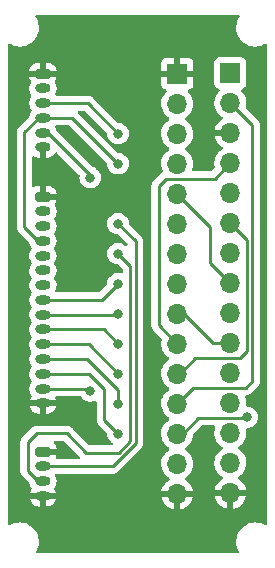
<source format=gbr>
%TF.GenerationSoftware,KiCad,Pcbnew,(6.0.10)*%
%TF.CreationDate,2023-02-08T01:16:55+09:00*%
%TF.ProjectId,rasp_gpio_input,72617370-5f67-4706-996f-5f696e707574,1*%
%TF.SameCoordinates,PX7baf2f0PY78dfd90*%
%TF.FileFunction,Copper,L2,Bot*%
%TF.FilePolarity,Positive*%
%FSLAX46Y46*%
G04 Gerber Fmt 4.6, Leading zero omitted, Abs format (unit mm)*
G04 Created by KiCad (PCBNEW (6.0.10)) date 2023-02-08 01:16:55*
%MOMM*%
%LPD*%
G01*
G04 APERTURE LIST*
G04 Aperture macros list*
%AMRoundRect*
0 Rectangle with rounded corners*
0 $1 Rounding radius*
0 $2 $3 $4 $5 $6 $7 $8 $9 X,Y pos of 4 corners*
0 Add a 4 corners polygon primitive as box body*
4,1,4,$2,$3,$4,$5,$6,$7,$8,$9,$2,$3,0*
0 Add four circle primitives for the rounded corners*
1,1,$1+$1,$2,$3*
1,1,$1+$1,$4,$5*
1,1,$1+$1,$6,$7*
1,1,$1+$1,$8,$9*
0 Add four rect primitives between the rounded corners*
20,1,$1+$1,$2,$3,$4,$5,0*
20,1,$1+$1,$4,$5,$6,$7,0*
20,1,$1+$1,$6,$7,$8,$9,0*
20,1,$1+$1,$8,$9,$2,$3,0*%
G04 Aperture macros list end*
%TA.AperFunction,ComponentPad*%
%ADD10R,1.700000X1.700000*%
%TD*%
%TA.AperFunction,ComponentPad*%
%ADD11O,1.700000X1.700000*%
%TD*%
%TA.AperFunction,ComponentPad*%
%ADD12RoundRect,0.200000X-0.450000X0.200000X-0.450000X-0.200000X0.450000X-0.200000X0.450000X0.200000X0*%
%TD*%
%TA.AperFunction,ComponentPad*%
%ADD13O,1.300000X0.800000*%
%TD*%
%TA.AperFunction,ViaPad*%
%ADD14C,0.800000*%
%TD*%
%TA.AperFunction,Conductor*%
%ADD15C,0.250000*%
%TD*%
G04 APERTURE END LIST*
D10*
%TO.P,J5,1,Pin_1*%
%TO.N,/C_UP*%
X19329400Y41148000D03*
D11*
%TO.P,J5,2,Pin_2*%
%TO.N,/C_TL*%
X19329400Y38608000D03*
%TO.P,J5,3,Pin_3*%
%TO.N,/GND*%
X19329400Y36068000D03*
%TO.P,J5,4,Pin_4*%
%TO.N,/C_X*%
X19329400Y33528000D03*
%TO.P,J5,5,Pin_5*%
%TO.N,/C_DOWN*%
X19329400Y30988000D03*
%TO.P,J5,6,Pin_6*%
%TO.N,/C_Y*%
X19329400Y28448000D03*
%TO.P,J5,7,Pin_7*%
%TO.N,/C_LEFT*%
X19329400Y25908000D03*
%TO.P,J5,8,Pin_8*%
%TO.N,/C_RIGHT*%
X19329400Y23368000D03*
%TO.P,J5,9,Pin_9*%
%TO.N,/C_TR*%
X19329400Y20828000D03*
%TO.P,J5,10,Pin_10*%
%TO.N,/C_B*%
X19329400Y18288000D03*
%TO.P,J5,11,Pin_11*%
%TO.N,/C_START*%
X19329400Y15748000D03*
%TO.P,J5,12,Pin_12*%
%TO.N,/C_SELECT*%
X19329400Y13208000D03*
%TO.P,J5,13,Pin_13*%
%TO.N,/C_A*%
X19329400Y10668000D03*
%TO.P,J5,14,Pin_14*%
%TO.N,/C_HK*%
X19329400Y8128000D03*
%TO.P,J5,15,Pin_15*%
%TO.N,/GND*%
X19329400Y5588000D03*
%TD*%
D12*
%TO.P,J1,1,Pin_1*%
%TO.N,/GND*%
X3454400Y41097200D03*
D13*
%TO.P,J1,2,Pin_2*%
%TO.N,/UP*%
X3454400Y39847200D03*
%TO.P,J1,3,Pin_3*%
%TO.N,/DOWN*%
X3454400Y38597200D03*
%TO.P,J1,4,Pin_4*%
%TO.N,/LEFT*%
X3454400Y37347200D03*
%TO.P,J1,5,Pin_5*%
%TO.N,/RIGHT*%
X3454400Y36097200D03*
%TO.P,J1,6,Pin_6*%
%TO.N,/GND*%
X3454400Y34847200D03*
%TD*%
D12*
%TO.P,J3,1,Pin_1*%
%TO.N,/GND*%
X3454400Y30683200D03*
D13*
%TO.P,J3,2,Pin_2*%
%TO.N,/UP*%
X3454400Y29433200D03*
%TO.P,J3,3,Pin_3*%
%TO.N,/DOWN*%
X3454400Y28183200D03*
%TO.P,J3,4,Pin_4*%
%TO.N,/LEFT*%
X3454400Y26933200D03*
%TO.P,J3,5,Pin_5*%
%TO.N,/RIGHT_T*%
X3454400Y25683200D03*
%TO.P,J3,6,Pin_6*%
%TO.N,/START_T*%
X3454400Y24433200D03*
%TO.P,J3,7,Pin_7*%
%TO.N,/SELECT_T*%
X3454400Y23183200D03*
%TO.P,J3,8,Pin_8*%
%TO.N,/A*%
X3454400Y21933200D03*
%TO.P,J3,9,Pin_9*%
%TO.N,/B*%
X3454400Y20683200D03*
%TO.P,J3,10,Pin_10*%
%TO.N,/X*%
X3454400Y19433200D03*
%TO.P,J3,11,Pin_11*%
%TO.N,/Y*%
X3454400Y18183200D03*
%TO.P,J3,12,Pin_12*%
%TO.N,/TL*%
X3454400Y16933200D03*
%TO.P,J3,13,Pin_13*%
%TO.N,/TR*%
X3454400Y15683200D03*
%TO.P,J3,14,Pin_14*%
%TO.N,/HK_T*%
X3454400Y14433200D03*
%TO.P,J3,15,Pin_15*%
%TO.N,/GND*%
X3454400Y13183200D03*
%TD*%
D10*
%TO.P,J4,1,Pin_1*%
%TO.N,/GND*%
X14833600Y41097200D03*
D11*
%TO.P,J4,2,Pin_2*%
%TO.N,/C_UP*%
X14833600Y38557200D03*
%TO.P,J4,3,Pin_3*%
%TO.N,/C_DOWN*%
X14833600Y36017200D03*
%TO.P,J4,4,Pin_4*%
%TO.N,/C_LEFT*%
X14833600Y33477200D03*
%TO.P,J4,5,Pin_5*%
%TO.N,/C_RIGHT*%
X14833600Y30937200D03*
%TO.P,J4,6,Pin_6*%
%TO.N,/C_START*%
X14833600Y28397200D03*
%TO.P,J4,7,Pin_7*%
%TO.N,/C_SELECT*%
X14833600Y25857200D03*
%TO.P,J4,8,Pin_8*%
%TO.N,/C_A*%
X14833600Y23317200D03*
%TO.P,J4,9,Pin_9*%
%TO.N,/C_B*%
X14833600Y20777200D03*
%TO.P,J4,10,Pin_10*%
%TO.N,/C_X*%
X14833600Y18237200D03*
%TO.P,J4,11,Pin_11*%
%TO.N,/C_Y*%
X14833600Y15697200D03*
%TO.P,J4,12,Pin_12*%
%TO.N,/C_TL*%
X14833600Y13157200D03*
%TO.P,J4,13,Pin_13*%
%TO.N,/C_TR*%
X14833600Y10617200D03*
%TO.P,J4,14,Pin_14*%
%TO.N,/C_HK*%
X14833600Y8077200D03*
%TO.P,J4,15,Pin_15*%
%TO.N,/GND*%
X14833600Y5537200D03*
%TD*%
D12*
%TO.P,J2,1,Pin_1*%
%TO.N,/GND*%
X3454400Y9093200D03*
D13*
%TO.P,J2,2,Pin_2*%
%TO.N,/START*%
X3454400Y7843200D03*
%TO.P,J2,3,Pin_3*%
%TO.N,/SELECT*%
X3454400Y6593200D03*
%TO.P,J2,4,Pin_4*%
%TO.N,/GND*%
X3454400Y5343200D03*
%TD*%
D14*
%TO.N,/SELECT*%
X9820400Y25857200D03*
%TO.N,/HK_T*%
X7467600Y14224000D03*
%TO.N,/GND*%
X6197600Y28448000D03*
%TO.N,/DOWN*%
X9820400Y36017200D03*
%TO.N,/GND*%
X5486400Y23876000D03*
%TO.N,/LEFT*%
X9820400Y33477200D03*
%TO.N,/RIGHT*%
X7467600Y32288000D03*
%TO.N,/START*%
X9820400Y28397200D03*
%TO.N,/A*%
X9820400Y23317200D03*
%TO.N,/B*%
X9820400Y20777200D03*
%TO.N,/X*%
X9820400Y18237200D03*
%TO.N,/Y*%
X9820400Y15697200D03*
%TO.N,/TL*%
X9820400Y13157200D03*
%TO.N,/TR*%
X9820400Y10617200D03*
%TO.N,/C_TR*%
X20739100Y12001500D03*
%TD*%
D15*
%TO.N,/C_RIGHT*%
X17620400Y25077000D02*
X19329400Y23368000D01*
X14833600Y30937200D02*
X17620400Y28150400D01*
X17620400Y28150400D02*
X17620400Y25077000D01*
%TO.N,/C_TR*%
X15290800Y10617200D02*
X14833600Y10617200D01*
X16611600Y11938000D02*
X15290800Y10617200D01*
X20675600Y11938000D02*
X16611600Y11938000D01*
X20739100Y12001500D02*
X20675600Y11938000D01*
%TO.N,/C_Y*%
X20751800Y27025600D02*
X19329400Y28448000D01*
X20751800Y17627600D02*
X20751800Y27025600D01*
X16357600Y17018000D02*
X20142200Y17018000D01*
X15036800Y15697200D02*
X16357600Y17018000D01*
X20142200Y17018000D02*
X20751800Y17627600D01*
X14833600Y15697200D02*
X15036800Y15697200D01*
%TO.N,/C_B*%
X17881600Y18288000D02*
X19329400Y18288000D01*
X15392400Y20777200D02*
X17881600Y18288000D01*
X14833600Y20777200D02*
X15392400Y20777200D01*
%TO.N,/C_TL*%
X21201800Y15029600D02*
X21201800Y36735600D01*
X16179800Y14503400D02*
X20675600Y14503400D01*
X20675600Y14503400D02*
X21201800Y15029600D01*
X14833600Y13157200D02*
X16179800Y14503400D01*
X21201800Y36735600D02*
X19329400Y38608000D01*
%TO.N,/C_X*%
X13919200Y32207200D02*
X18008600Y32207200D01*
X13284200Y19786600D02*
X13284200Y31572200D01*
X14833600Y18237200D02*
X13284200Y19786600D01*
X13284200Y31572200D02*
X13919200Y32207200D01*
X18008600Y32207200D02*
X19329400Y33528000D01*
%TO.N,/SELECT*%
X10845800Y24831800D02*
X9820400Y25857200D01*
X10845800Y9958196D02*
X10845800Y24831800D01*
X9879204Y8991600D02*
X10845800Y9958196D01*
X5486400Y10642600D02*
X7137400Y8991600D01*
X2184400Y9880600D02*
X2946400Y10642600D01*
X2946400Y10642600D02*
X5486400Y10642600D01*
X2184400Y7463200D02*
X2184400Y9880600D01*
X3054400Y6593200D02*
X2184400Y7463200D01*
X7137400Y8991600D02*
X9879204Y8991600D01*
X3454400Y6593200D02*
X3054400Y6593200D01*
%TO.N,/START*%
X11303000Y26914600D02*
X9820400Y28397200D01*
X11303000Y9779000D02*
X11303000Y26914600D01*
X9367200Y7843200D02*
X11303000Y9779000D01*
X3454400Y7843200D02*
X9367200Y7843200D01*
%TO.N,/LEFT*%
X1879600Y28108000D02*
X3054400Y26933200D01*
X3108000Y37347200D02*
X1879600Y36118800D01*
X3454400Y37347200D02*
X3108000Y37347200D01*
X1879600Y36118800D02*
X1879600Y28108000D01*
X3054400Y26933200D02*
X3454400Y26933200D01*
%TO.N,/Y*%
X7334400Y18183200D02*
X9820400Y15697200D01*
X3454400Y18183200D02*
X7334400Y18183200D01*
%TO.N,/TR*%
X8661400Y11776200D02*
X9820400Y10617200D01*
X8661400Y14351000D02*
X8661400Y11776200D01*
X7329200Y15683200D02*
X8661400Y14351000D01*
X3454400Y15683200D02*
X7329200Y15683200D01*
%TO.N,/HK_T*%
X7467600Y14224000D02*
X7258400Y14433200D01*
X7258400Y14433200D02*
X3454400Y14433200D01*
%TO.N,/TL*%
X7171400Y16933200D02*
X3454400Y16933200D01*
X9820400Y13157200D02*
X9820400Y14284200D01*
X9820400Y14284200D02*
X7171400Y16933200D01*
%TO.N,/X*%
X8624400Y19433200D02*
X9820400Y18237200D01*
X3454400Y19433200D02*
X8624400Y19433200D01*
%TO.N,/A*%
X9820400Y23317200D02*
X8436400Y21933200D01*
X8436400Y21933200D02*
X3454400Y21933200D01*
%TO.N,/RIGHT*%
X3882400Y36097200D02*
X3454400Y36097200D01*
X7467600Y32288000D02*
X7467600Y32512000D01*
X7467600Y32512000D02*
X3882400Y36097200D01*
%TO.N,/DOWN*%
X3454400Y38597200D02*
X7240400Y38597200D01*
X7240400Y38597200D02*
X9820400Y36017200D01*
%TO.N,/LEFT*%
X5950400Y37347200D02*
X3454400Y37347200D01*
X9820400Y33477200D02*
X5950400Y37347200D01*
%TO.N,/B*%
X9726400Y20683200D02*
X3454400Y20683200D01*
X9820400Y20777200D02*
X9726400Y20683200D01*
%TD*%
%TA.AperFunction,Conductor*%
%TO.N,/GND*%
G36*
X20052447Y46055098D02*
G01*
X20098940Y46001442D01*
X20109044Y45931168D01*
X20091759Y45883265D01*
X19999984Y45733502D01*
X19998091Y45728932D01*
X19998089Y45728928D01*
X19908754Y45513254D01*
X19903095Y45499591D01*
X19901940Y45494779D01*
X19854398Y45296750D01*
X19843991Y45253403D01*
X19824126Y45001000D01*
X19843991Y44748597D01*
X19845145Y44743790D01*
X19845146Y44743784D01*
X19882779Y44587032D01*
X19903095Y44502409D01*
X19904988Y44497838D01*
X19904989Y44497836D01*
X19933231Y44429655D01*
X19999984Y44268498D01*
X20132272Y44052624D01*
X20296702Y43860102D01*
X20489224Y43695672D01*
X20705098Y43563384D01*
X20709668Y43561491D01*
X20709672Y43561489D01*
X20934436Y43468389D01*
X20939009Y43466495D01*
X21023632Y43446179D01*
X21180384Y43408546D01*
X21180390Y43408545D01*
X21185197Y43407391D01*
X21437600Y43387526D01*
X21690003Y43407391D01*
X21694810Y43408545D01*
X21694816Y43408546D01*
X21851568Y43446179D01*
X21936191Y43466495D01*
X21940764Y43468389D01*
X22165528Y43561489D01*
X22165532Y43561491D01*
X22170102Y43563384D01*
X22261265Y43619249D01*
X22329798Y43637787D01*
X22397475Y43616331D01*
X22442808Y43561692D01*
X22453100Y43511816D01*
X22453100Y2970184D01*
X22433098Y2902063D01*
X22379442Y2855570D01*
X22309168Y2845466D01*
X22261265Y2862751D01*
X22174322Y2916030D01*
X22170102Y2918616D01*
X22165532Y2920509D01*
X22165528Y2920511D01*
X21940764Y3013611D01*
X21940762Y3013612D01*
X21936191Y3015505D01*
X21851568Y3035821D01*
X21694816Y3073454D01*
X21694810Y3073455D01*
X21690003Y3074609D01*
X21437600Y3094474D01*
X21185197Y3074609D01*
X21180390Y3073455D01*
X21180384Y3073454D01*
X21023632Y3035821D01*
X20939009Y3015505D01*
X20934438Y3013612D01*
X20934436Y3013611D01*
X20709672Y2920511D01*
X20709668Y2920509D01*
X20705098Y2918616D01*
X20489224Y2786328D01*
X20296702Y2621898D01*
X20132272Y2429376D01*
X19999984Y2213502D01*
X19998091Y2208932D01*
X19998089Y2208928D01*
X19908754Y1993254D01*
X19903095Y1979591D01*
X19901940Y1974779D01*
X19854398Y1776750D01*
X19843991Y1733403D01*
X19824126Y1481000D01*
X19843991Y1228597D01*
X19845145Y1223790D01*
X19845146Y1223784D01*
X19882779Y1067032D01*
X19903095Y982409D01*
X19904988Y977838D01*
X19904989Y977836D01*
X19933231Y909655D01*
X19999984Y748498D01*
X20002570Y744279D01*
X20002573Y744272D01*
X20029498Y700334D01*
X20048036Y631801D01*
X20026579Y564124D01*
X19971940Y518791D01*
X19922065Y508500D01*
X3014135Y508500D01*
X2946014Y528502D01*
X2899521Y582158D01*
X2889417Y652432D01*
X2906702Y700334D01*
X2933627Y744272D01*
X2933630Y744279D01*
X2936216Y748498D01*
X3002970Y909655D01*
X3031211Y977836D01*
X3031212Y977838D01*
X3033105Y982409D01*
X3053421Y1067032D01*
X3091054Y1223784D01*
X3091055Y1223790D01*
X3092209Y1228597D01*
X3112074Y1481000D01*
X3092209Y1733403D01*
X3081803Y1776750D01*
X3034260Y1974779D01*
X3033105Y1979591D01*
X3027446Y1993254D01*
X2938111Y2208928D01*
X2938109Y2208932D01*
X2936216Y2213502D01*
X2803928Y2429376D01*
X2639498Y2621898D01*
X2446976Y2786328D01*
X2231102Y2918616D01*
X2226532Y2920509D01*
X2226528Y2920511D01*
X2001764Y3013611D01*
X2001762Y3013612D01*
X1997191Y3015505D01*
X1912568Y3035821D01*
X1755816Y3073454D01*
X1755810Y3073455D01*
X1751003Y3074609D01*
X1498600Y3094474D01*
X1246197Y3074609D01*
X1241390Y3073455D01*
X1241384Y3073454D01*
X1084632Y3035821D01*
X1000009Y3015505D01*
X995438Y3013612D01*
X995436Y3013611D01*
X770672Y2920511D01*
X770668Y2920509D01*
X766098Y2918616D01*
X761879Y2916031D01*
X761868Y2916025D01*
X700335Y2878317D01*
X631802Y2859778D01*
X564125Y2881234D01*
X518792Y2935873D01*
X508500Y2985749D01*
X508500Y5074732D01*
X2333178Y5074732D01*
X2334710Y5067525D01*
X2338767Y5055039D01*
X2411032Y4892729D01*
X2417598Y4881357D01*
X2522024Y4737626D01*
X2530815Y4727863D01*
X2662842Y4608986D01*
X2673473Y4601262D01*
X2827326Y4512435D01*
X2839334Y4507089D01*
X3008298Y4452189D01*
X3021139Y4449459D01*
X3153538Y4435544D01*
X3160098Y4435200D01*
X3182285Y4435200D01*
X3197524Y4439675D01*
X3198729Y4441065D01*
X3200400Y4448748D01*
X3200400Y4453315D01*
X3708400Y4453315D01*
X3712875Y4438076D01*
X3714265Y4436871D01*
X3721948Y4435200D01*
X3748702Y4435200D01*
X3755262Y4435544D01*
X3887661Y4449459D01*
X3900502Y4452189D01*
X4069466Y4507089D01*
X4081474Y4512435D01*
X4235327Y4601262D01*
X4245958Y4608986D01*
X4377985Y4727863D01*
X4386776Y4737626D01*
X4491202Y4881357D01*
X4497768Y4892729D01*
X4570033Y5055039D01*
X4574090Y5067525D01*
X4574930Y5071478D01*
X4573857Y5085541D01*
X4563903Y5089200D01*
X3726515Y5089200D01*
X3711276Y5084725D01*
X3710071Y5083335D01*
X3708400Y5075652D01*
X3708400Y4453315D01*
X3200400Y4453315D01*
X3200400Y5071085D01*
X3195925Y5086324D01*
X3194535Y5087529D01*
X3186852Y5089200D01*
X2348218Y5089200D01*
X2334687Y5085227D01*
X2333178Y5074732D01*
X508500Y5074732D01*
X508500Y5269234D01*
X13501857Y5269234D01*
X13532165Y5134754D01*
X13535245Y5124925D01*
X13615370Y4927597D01*
X13620013Y4918406D01*
X13731294Y4736812D01*
X13737377Y4728501D01*
X13876813Y4567533D01*
X13884180Y4560317D01*
X14048034Y4424284D01*
X14056481Y4418369D01*
X14240356Y4310921D01*
X14249642Y4306471D01*
X14448601Y4230497D01*
X14458499Y4227621D01*
X14561850Y4206594D01*
X14575899Y4207790D01*
X14579600Y4218135D01*
X14579600Y4218683D01*
X15087600Y4218683D01*
X15091664Y4204841D01*
X15105078Y4202807D01*
X15111784Y4203666D01*
X15121862Y4205808D01*
X15325855Y4267009D01*
X15335442Y4270767D01*
X15526695Y4364461D01*
X15535545Y4369736D01*
X15708928Y4493408D01*
X15716800Y4500061D01*
X15867652Y4650388D01*
X15874330Y4658235D01*
X15998603Y4831180D01*
X16003913Y4840017D01*
X16098270Y5030933D01*
X16102069Y5040528D01*
X16163977Y5244290D01*
X16166155Y5254363D01*
X16167586Y5265238D01*
X16165375Y5279422D01*
X16152217Y5283200D01*
X15105715Y5283200D01*
X15090476Y5278725D01*
X15089271Y5277335D01*
X15087600Y5269652D01*
X15087600Y4218683D01*
X14579600Y4218683D01*
X14579600Y5265085D01*
X14575125Y5280324D01*
X14573735Y5281529D01*
X14566052Y5283200D01*
X13516825Y5283200D01*
X13503294Y5279227D01*
X13501857Y5269234D01*
X508500Y5269234D01*
X508500Y5320034D01*
X17997657Y5320034D01*
X18027965Y5185554D01*
X18031045Y5175725D01*
X18111170Y4978397D01*
X18115813Y4969206D01*
X18227094Y4787612D01*
X18233177Y4779301D01*
X18372613Y4618333D01*
X18379980Y4611117D01*
X18543834Y4475084D01*
X18552281Y4469169D01*
X18736156Y4361721D01*
X18745442Y4357271D01*
X18944401Y4281297D01*
X18954299Y4278421D01*
X19057650Y4257394D01*
X19071699Y4258590D01*
X19075400Y4268935D01*
X19075400Y4269483D01*
X19583400Y4269483D01*
X19587464Y4255641D01*
X19600878Y4253607D01*
X19607584Y4254466D01*
X19617662Y4256608D01*
X19821655Y4317809D01*
X19831242Y4321567D01*
X20022495Y4415261D01*
X20031345Y4420536D01*
X20204728Y4544208D01*
X20212600Y4550861D01*
X20363452Y4701188D01*
X20370130Y4709035D01*
X20494403Y4881980D01*
X20499713Y4890817D01*
X20594070Y5081733D01*
X20597869Y5091328D01*
X20659777Y5295090D01*
X20661955Y5305163D01*
X20663386Y5316038D01*
X20661175Y5330222D01*
X20648017Y5334000D01*
X19601515Y5334000D01*
X19586276Y5329525D01*
X19585071Y5328135D01*
X19583400Y5320452D01*
X19583400Y4269483D01*
X19075400Y4269483D01*
X19075400Y5315885D01*
X19070925Y5331124D01*
X19069535Y5332329D01*
X19061852Y5334000D01*
X18012625Y5334000D01*
X17999094Y5330027D01*
X17997657Y5320034D01*
X508500Y5320034D01*
X508500Y12914732D01*
X2333178Y12914732D01*
X2334710Y12907525D01*
X2338767Y12895039D01*
X2411032Y12732729D01*
X2417598Y12721357D01*
X2522024Y12577626D01*
X2530815Y12567863D01*
X2662842Y12448986D01*
X2673473Y12441262D01*
X2827326Y12352435D01*
X2839334Y12347089D01*
X3008298Y12292189D01*
X3021139Y12289459D01*
X3153538Y12275544D01*
X3160098Y12275200D01*
X3182285Y12275200D01*
X3197524Y12279675D01*
X3198729Y12281065D01*
X3200400Y12288748D01*
X3200400Y12293315D01*
X3708400Y12293315D01*
X3712875Y12278076D01*
X3714265Y12276871D01*
X3721948Y12275200D01*
X3748702Y12275200D01*
X3755262Y12275544D01*
X3887661Y12289459D01*
X3900502Y12292189D01*
X4069466Y12347089D01*
X4081474Y12352435D01*
X4235327Y12441262D01*
X4245958Y12448986D01*
X4377985Y12567863D01*
X4386776Y12577626D01*
X4491202Y12721357D01*
X4497768Y12732729D01*
X4570033Y12895039D01*
X4574090Y12907525D01*
X4574930Y12911478D01*
X4573857Y12925541D01*
X4563903Y12929200D01*
X3726515Y12929200D01*
X3711276Y12924725D01*
X3710071Y12923335D01*
X3708400Y12915652D01*
X3708400Y12293315D01*
X3200400Y12293315D01*
X3200400Y12911085D01*
X3195925Y12926324D01*
X3194535Y12927529D01*
X3186852Y12929200D01*
X2348218Y12929200D01*
X2334687Y12925227D01*
X2333178Y12914732D01*
X508500Y12914732D01*
X508500Y36138857D01*
X1241380Y36138857D01*
X1242126Y36130965D01*
X1245541Y36094839D01*
X1246100Y36082981D01*
X1246100Y28186767D01*
X1245573Y28175584D01*
X1243898Y28168091D01*
X1244147Y28160165D01*
X1244147Y28160164D01*
X1246038Y28100014D01*
X1246100Y28096055D01*
X1246100Y28068144D01*
X1246597Y28064210D01*
X1246597Y28064209D01*
X1246605Y28064144D01*
X1247538Y28052307D01*
X1248927Y28008111D01*
X1254578Y27988661D01*
X1258587Y27969300D01*
X1261126Y27949203D01*
X1264045Y27941832D01*
X1264045Y27941830D01*
X1277404Y27908088D01*
X1281249Y27896858D01*
X1291205Y27862589D01*
X1293582Y27854407D01*
X1297615Y27847588D01*
X1297617Y27847583D01*
X1303893Y27836972D01*
X1312588Y27819224D01*
X1320048Y27800383D01*
X1324710Y27793967D01*
X1324710Y27793966D01*
X1346036Y27764613D01*
X1352552Y27754693D01*
X1375058Y27716638D01*
X1389379Y27702317D01*
X1402219Y27687284D01*
X1414128Y27670893D01*
X1420232Y27665843D01*
X1420237Y27665838D01*
X1448198Y27642707D01*
X1456979Y27634717D01*
X2280824Y26810871D01*
X2314975Y26747973D01*
X2335606Y26650912D01*
X2338291Y26644882D01*
X2338291Y26644881D01*
X2402191Y26501360D01*
X2413282Y26476448D01*
X2417162Y26471107D01*
X2417163Y26471106D01*
X2481713Y26382261D01*
X2505572Y26315393D01*
X2489491Y26246242D01*
X2481713Y26234139D01*
X2413282Y26139952D01*
X2410598Y26133924D01*
X2410597Y26133922D01*
X2386518Y26079839D01*
X2335606Y25965488D01*
X2334234Y25959031D01*
X2312589Y25857200D01*
X2295900Y25778687D01*
X2295900Y25587713D01*
X2297272Y25581261D01*
X2297272Y25581256D01*
X2315753Y25494312D01*
X2335606Y25400912D01*
X2413282Y25226448D01*
X2417162Y25221107D01*
X2417163Y25221106D01*
X2481713Y25132261D01*
X2505572Y25065393D01*
X2489491Y24996242D01*
X2481713Y24984139D01*
X2433808Y24918203D01*
X2413282Y24889952D01*
X2410598Y24883924D01*
X2410597Y24883922D01*
X2379034Y24813029D01*
X2335606Y24715488D01*
X2326217Y24671317D01*
X2299153Y24543989D01*
X2295900Y24528687D01*
X2295900Y24337713D01*
X2297272Y24331261D01*
X2297272Y24331256D01*
X2315753Y24244313D01*
X2335606Y24150912D01*
X2338291Y24144882D01*
X2338291Y24144881D01*
X2404548Y23996066D01*
X2413282Y23976448D01*
X2417162Y23971107D01*
X2417163Y23971106D01*
X2481713Y23882261D01*
X2505572Y23815393D01*
X2489491Y23746242D01*
X2481713Y23734139D01*
X2413282Y23639952D01*
X2410598Y23633924D01*
X2410597Y23633922D01*
X2368709Y23539839D01*
X2335606Y23465488D01*
X2295900Y23278687D01*
X2295900Y23087713D01*
X2297272Y23081261D01*
X2297272Y23081256D01*
X2308352Y23029131D01*
X2335606Y22900912D01*
X2413282Y22726448D01*
X2417162Y22721107D01*
X2417163Y22721106D01*
X2481713Y22632261D01*
X2505572Y22565393D01*
X2489491Y22496242D01*
X2481713Y22484139D01*
X2424812Y22405821D01*
X2413282Y22389952D01*
X2410598Y22383924D01*
X2410597Y22383922D01*
X2361225Y22273029D01*
X2335606Y22215488D01*
X2319276Y22138662D01*
X2300011Y22048026D01*
X2295900Y22028687D01*
X2295900Y21837713D01*
X2335606Y21650912D01*
X2338291Y21644882D01*
X2338291Y21644881D01*
X2404299Y21496625D01*
X2413282Y21476448D01*
X2417162Y21471107D01*
X2417163Y21471106D01*
X2481713Y21382261D01*
X2505572Y21315393D01*
X2489491Y21246242D01*
X2481713Y21234139D01*
X2413282Y21139952D01*
X2410598Y21133924D01*
X2410597Y21133922D01*
X2350900Y20999839D01*
X2335606Y20965488D01*
X2295900Y20778687D01*
X2295900Y20587713D01*
X2335606Y20400912D01*
X2413282Y20226448D01*
X2417162Y20221107D01*
X2417163Y20221106D01*
X2481713Y20132261D01*
X2505572Y20065393D01*
X2489491Y19996242D01*
X2481713Y19984139D01*
X2426690Y19908406D01*
X2413282Y19889952D01*
X2410598Y19883924D01*
X2410597Y19883922D01*
X2363711Y19778614D01*
X2335606Y19715488D01*
X2325355Y19667261D01*
X2298436Y19540617D01*
X2295900Y19528687D01*
X2295900Y19337713D01*
X2297272Y19331261D01*
X2297272Y19331256D01*
X2303145Y19303627D01*
X2335606Y19150912D01*
X2338291Y19144882D01*
X2338291Y19144881D01*
X2398349Y19009989D01*
X2413282Y18976448D01*
X2417162Y18971107D01*
X2417163Y18971106D01*
X2481713Y18882261D01*
X2505572Y18815393D01*
X2489491Y18746242D01*
X2481713Y18734139D01*
X2427365Y18659335D01*
X2413282Y18639952D01*
X2410598Y18633924D01*
X2410597Y18633922D01*
X2338291Y18471519D01*
X2335606Y18465488D01*
X2295900Y18278687D01*
X2295900Y18087713D01*
X2297272Y18081261D01*
X2297272Y18081256D01*
X2305830Y18040994D01*
X2335606Y17900912D01*
X2338291Y17894882D01*
X2338291Y17894881D01*
X2375252Y17811866D01*
X2413282Y17726448D01*
X2417162Y17721107D01*
X2417163Y17721106D01*
X2481713Y17632261D01*
X2505572Y17565393D01*
X2489491Y17496242D01*
X2481713Y17484139D01*
X2413282Y17389952D01*
X2410598Y17383924D01*
X2410597Y17383922D01*
X2344786Y17236107D01*
X2335606Y17215488D01*
X2334234Y17209031D01*
X2299488Y17045565D01*
X2295900Y17028687D01*
X2295900Y16837713D01*
X2335606Y16650912D01*
X2338291Y16644882D01*
X2338291Y16644881D01*
X2395142Y16517192D01*
X2413282Y16476448D01*
X2417162Y16471107D01*
X2417163Y16471106D01*
X2481713Y16382261D01*
X2505572Y16315393D01*
X2489491Y16246242D01*
X2481713Y16234139D01*
X2467809Y16215001D01*
X2413282Y16139952D01*
X2410598Y16133924D01*
X2410597Y16133922D01*
X2343160Y15982455D01*
X2335606Y15965488D01*
X2334234Y15959031D01*
X2297548Y15786438D01*
X2295900Y15778687D01*
X2295900Y15587713D01*
X2297272Y15581261D01*
X2297272Y15581256D01*
X2312953Y15507485D01*
X2335606Y15400912D01*
X2338291Y15394882D01*
X2338291Y15394881D01*
X2375947Y15310305D01*
X2413282Y15226448D01*
X2417162Y15221107D01*
X2417163Y15221106D01*
X2481713Y15132261D01*
X2505572Y15065393D01*
X2489491Y14996242D01*
X2481713Y14984139D01*
X2451017Y14941889D01*
X2413282Y14889952D01*
X2410598Y14883924D01*
X2410597Y14883922D01*
X2374222Y14802222D01*
X2335606Y14715488D01*
X2326369Y14672032D01*
X2297795Y14537600D01*
X2295900Y14528687D01*
X2295900Y14337713D01*
X2297272Y14331261D01*
X2297272Y14331256D01*
X2301643Y14310693D01*
X2335606Y14150912D01*
X2338291Y14144882D01*
X2338291Y14144881D01*
X2393806Y14020193D01*
X2413282Y13976448D01*
X2482023Y13881834D01*
X2505880Y13814970D01*
X2489800Y13745818D01*
X2482022Y13733715D01*
X2417598Y13645043D01*
X2411032Y13633671D01*
X2338767Y13471361D01*
X2334710Y13458875D01*
X2333870Y13454922D01*
X2334943Y13440859D01*
X2344897Y13437200D01*
X4560582Y13437200D01*
X4574113Y13441173D01*
X4575622Y13451668D01*
X4574090Y13458875D01*
X4570033Y13471361D01*
X4502763Y13622451D01*
X4493329Y13692818D01*
X4523435Y13757115D01*
X4583524Y13794928D01*
X4617870Y13799700D01*
X6590779Y13799700D01*
X6658900Y13779698D01*
X6699898Y13736700D01*
X6728560Y13687056D01*
X6732978Y13682149D01*
X6732979Y13682148D01*
X6808140Y13598673D01*
X6856347Y13545134D01*
X6930257Y13491435D01*
X6999869Y13440859D01*
X7010848Y13432882D01*
X7016876Y13430198D01*
X7016878Y13430197D01*
X7118712Y13384858D01*
X7185312Y13355206D01*
X7278712Y13335353D01*
X7365656Y13316872D01*
X7365661Y13316872D01*
X7372113Y13315500D01*
X7563087Y13315500D01*
X7569539Y13316872D01*
X7569544Y13316872D01*
X7656488Y13335353D01*
X7749888Y13355206D01*
X7755915Y13357889D01*
X7755923Y13357892D01*
X7850652Y13400068D01*
X7921019Y13409502D01*
X7985316Y13379395D01*
X8023129Y13319306D01*
X8027900Y13284961D01*
X8027900Y11854967D01*
X8027373Y11843784D01*
X8025698Y11836291D01*
X8025947Y11828365D01*
X8025947Y11828364D01*
X8027838Y11768214D01*
X8027900Y11764255D01*
X8027900Y11736344D01*
X8028397Y11732410D01*
X8028397Y11732409D01*
X8028405Y11732344D01*
X8029338Y11720507D01*
X8030727Y11676311D01*
X8036378Y11656861D01*
X8040387Y11637500D01*
X8042926Y11617403D01*
X8045845Y11610032D01*
X8045845Y11610030D01*
X8059204Y11576288D01*
X8063049Y11565058D01*
X8075382Y11522607D01*
X8079415Y11515788D01*
X8079417Y11515783D01*
X8085693Y11505172D01*
X8094388Y11487424D01*
X8101848Y11468583D01*
X8106510Y11462167D01*
X8106510Y11462166D01*
X8127836Y11432813D01*
X8134352Y11422893D01*
X8156858Y11384838D01*
X8171179Y11370517D01*
X8184019Y11355484D01*
X8195928Y11339093D01*
X8220517Y11318751D01*
X8230005Y11310902D01*
X8238784Y11302912D01*
X8873278Y10668418D01*
X8907304Y10606106D01*
X8909492Y10592497D01*
X8926858Y10427272D01*
X8985873Y10245644D01*
X8989176Y10239922D01*
X8989177Y10239921D01*
X9008969Y10205641D01*
X9081360Y10080256D01*
X9085778Y10075349D01*
X9085779Y10075348D01*
X9196211Y9952701D01*
X9209147Y9938334D01*
X9234709Y9919762D01*
X9326549Y9853036D01*
X9369903Y9796813D01*
X9375978Y9726077D01*
X9342846Y9663286D01*
X9281026Y9628374D01*
X9252488Y9625100D01*
X7451994Y9625100D01*
X7383873Y9645102D01*
X7362899Y9662005D01*
X6690644Y10334261D01*
X5990052Y11034853D01*
X5982512Y11043139D01*
X5978400Y11049618D01*
X5928748Y11096244D01*
X5925907Y11098998D01*
X5906170Y11118735D01*
X5902973Y11121215D01*
X5893951Y11128920D01*
X5861721Y11159186D01*
X5854775Y11163005D01*
X5854772Y11163007D01*
X5843966Y11168948D01*
X5827447Y11179799D01*
X5826983Y11180159D01*
X5811441Y11192214D01*
X5804172Y11195359D01*
X5804168Y11195362D01*
X5770863Y11209774D01*
X5760213Y11214991D01*
X5721460Y11236295D01*
X5701837Y11241333D01*
X5683134Y11247737D01*
X5671820Y11252633D01*
X5671819Y11252633D01*
X5664545Y11255781D01*
X5656722Y11257020D01*
X5656712Y11257023D01*
X5620876Y11262699D01*
X5609256Y11265105D01*
X5574111Y11274128D01*
X5574110Y11274128D01*
X5566430Y11276100D01*
X5546176Y11276100D01*
X5526465Y11277651D01*
X5514286Y11279580D01*
X5506457Y11280820D01*
X5477186Y11278053D01*
X5462439Y11276659D01*
X5450581Y11276100D01*
X3025168Y11276100D01*
X3013985Y11276627D01*
X3006492Y11278302D01*
X2998566Y11278053D01*
X2998565Y11278053D01*
X2938402Y11276162D01*
X2934444Y11276100D01*
X2906544Y11276100D01*
X2902554Y11275596D01*
X2890720Y11274664D01*
X2846511Y11273274D01*
X2838897Y11271062D01*
X2838892Y11271061D01*
X2827059Y11267623D01*
X2807696Y11263612D01*
X2787603Y11261074D01*
X2780236Y11258157D01*
X2780231Y11258156D01*
X2746492Y11244798D01*
X2735265Y11240954D01*
X2692807Y11228618D01*
X2685981Y11224581D01*
X2675372Y11218307D01*
X2657624Y11209612D01*
X2638783Y11202152D01*
X2632367Y11197490D01*
X2632366Y11197490D01*
X2603013Y11176164D01*
X2593093Y11169648D01*
X2561865Y11151180D01*
X2561862Y11151178D01*
X2555038Y11147142D01*
X2540717Y11132821D01*
X2525684Y11119981D01*
X2509293Y11108072D01*
X2482916Y11076187D01*
X2481112Y11074007D01*
X2473122Y11065226D01*
X1792142Y10384247D01*
X1783863Y10376713D01*
X1777382Y10372600D01*
X1741380Y10334261D01*
X1730757Y10322949D01*
X1728002Y10320107D01*
X1708265Y10300370D01*
X1705785Y10297173D01*
X1698082Y10288153D01*
X1667814Y10255921D01*
X1663995Y10248975D01*
X1663993Y10248972D01*
X1658052Y10238166D01*
X1647201Y10221647D01*
X1634786Y10205641D01*
X1631641Y10198372D01*
X1631638Y10198368D01*
X1617226Y10165063D01*
X1612009Y10154413D01*
X1590705Y10115660D01*
X1588734Y10107985D01*
X1588734Y10107984D01*
X1585667Y10096038D01*
X1579263Y10077334D01*
X1571219Y10058745D01*
X1569980Y10050922D01*
X1569977Y10050912D01*
X1564301Y10015076D01*
X1561895Y10003456D01*
X1558209Y9989098D01*
X1550900Y9960630D01*
X1550900Y9940376D01*
X1549349Y9920666D01*
X1546180Y9900657D01*
X1546926Y9892765D01*
X1550341Y9856639D01*
X1550900Y9844781D01*
X1550900Y7541967D01*
X1550373Y7530784D01*
X1548698Y7523291D01*
X1548947Y7515365D01*
X1548947Y7515364D01*
X1550838Y7455214D01*
X1550900Y7451255D01*
X1550900Y7423344D01*
X1551397Y7419410D01*
X1551397Y7419409D01*
X1551405Y7419344D01*
X1552338Y7407507D01*
X1553727Y7363311D01*
X1556729Y7352979D01*
X1559378Y7343861D01*
X1563387Y7324500D01*
X1565926Y7304403D01*
X1568845Y7297032D01*
X1568845Y7297030D01*
X1582204Y7263288D01*
X1586049Y7252058D01*
X1594278Y7223732D01*
X1598382Y7209607D01*
X1602415Y7202788D01*
X1602417Y7202783D01*
X1608693Y7192172D01*
X1617388Y7174424D01*
X1624848Y7155583D01*
X1629510Y7149167D01*
X1629510Y7149166D01*
X1650836Y7119813D01*
X1657352Y7109893D01*
X1679858Y7071838D01*
X1694179Y7057517D01*
X1707019Y7042484D01*
X1718928Y7026093D01*
X1725033Y7021042D01*
X1725038Y7021037D01*
X1753004Y6997901D01*
X1761782Y6989913D01*
X2280823Y6470872D01*
X2314974Y6407975D01*
X2335606Y6310912D01*
X2338291Y6304882D01*
X2338291Y6304881D01*
X2395501Y6176386D01*
X2413282Y6136448D01*
X2482023Y6041834D01*
X2505880Y5974970D01*
X2489800Y5905818D01*
X2482022Y5893715D01*
X2417598Y5805043D01*
X2411032Y5793671D01*
X2338767Y5631361D01*
X2334710Y5618875D01*
X2333870Y5614922D01*
X2334943Y5600859D01*
X2344897Y5597200D01*
X4560582Y5597200D01*
X4574113Y5601173D01*
X4575622Y5611668D01*
X4574090Y5618875D01*
X4570033Y5631361D01*
X4497768Y5793671D01*
X4491202Y5805043D01*
X4426778Y5893715D01*
X4402919Y5960583D01*
X4419000Y6029734D01*
X4426766Y6041820D01*
X4495518Y6136448D01*
X4513300Y6176386D01*
X4570509Y6304881D01*
X4570509Y6304882D01*
X4573194Y6310912D01*
X4593825Y6407974D01*
X4611528Y6491256D01*
X4611528Y6491261D01*
X4612900Y6497713D01*
X4612900Y6688687D01*
X4606292Y6719778D01*
X4593047Y6782087D01*
X4573194Y6875488D01*
X4536857Y6957104D01*
X4503310Y7032451D01*
X4493876Y7102818D01*
X4523983Y7167115D01*
X4584071Y7204929D01*
X4618417Y7209700D01*
X9288433Y7209700D01*
X9299616Y7209173D01*
X9307109Y7207498D01*
X9315035Y7207747D01*
X9315036Y7207747D01*
X9375186Y7209638D01*
X9379145Y7209700D01*
X9407056Y7209700D01*
X9410991Y7210197D01*
X9411056Y7210205D01*
X9422893Y7211138D01*
X9455151Y7212152D01*
X9459170Y7212278D01*
X9467089Y7212527D01*
X9486543Y7218179D01*
X9505900Y7222187D01*
X9518130Y7223732D01*
X9518131Y7223732D01*
X9525997Y7224726D01*
X9533368Y7227645D01*
X9533370Y7227645D01*
X9567112Y7241004D01*
X9578342Y7244849D01*
X9613183Y7254971D01*
X9613184Y7254971D01*
X9620793Y7257182D01*
X9627612Y7261215D01*
X9627617Y7261217D01*
X9638228Y7267493D01*
X9655976Y7276188D01*
X9674817Y7283648D01*
X9710587Y7309636D01*
X9720507Y7316152D01*
X9751735Y7334620D01*
X9751738Y7334622D01*
X9758562Y7338658D01*
X9772883Y7352979D01*
X9787917Y7365820D01*
X9804307Y7377728D01*
X9832498Y7411805D01*
X9840488Y7420584D01*
X11695247Y9275343D01*
X11703537Y9282887D01*
X11710018Y9287000D01*
X11756659Y9336668D01*
X11759413Y9339509D01*
X11779135Y9359231D01*
X11781612Y9362424D01*
X11789317Y9371445D01*
X11804733Y9387862D01*
X11819586Y9403679D01*
X11823407Y9410629D01*
X11829346Y9421432D01*
X11840202Y9437959D01*
X11847757Y9447698D01*
X11847758Y9447700D01*
X11852614Y9453960D01*
X11870174Y9494540D01*
X11875391Y9505188D01*
X11892875Y9536991D01*
X11892876Y9536993D01*
X11896695Y9543940D01*
X11901733Y9563563D01*
X11908137Y9582266D01*
X11913033Y9593580D01*
X11913033Y9593581D01*
X11916181Y9600855D01*
X11917420Y9608678D01*
X11917423Y9608688D01*
X11923099Y9644524D01*
X11925505Y9656144D01*
X11934528Y9691289D01*
X11934528Y9691290D01*
X11936500Y9698970D01*
X11936500Y9719224D01*
X11938051Y9738935D01*
X11939980Y9751114D01*
X11941220Y9758943D01*
X11937059Y9802962D01*
X11936500Y9814819D01*
X11936500Y26835833D01*
X11937027Y26847016D01*
X11938702Y26854509D01*
X11936562Y26922586D01*
X11936500Y26926545D01*
X11936500Y26954456D01*
X11935995Y26958456D01*
X11935062Y26970299D01*
X11933922Y27006570D01*
X11933673Y27014489D01*
X11928021Y27033943D01*
X11924013Y27053300D01*
X11922468Y27065530D01*
X11922468Y27065531D01*
X11921474Y27073397D01*
X11918555Y27080770D01*
X11905196Y27114512D01*
X11901351Y27125742D01*
X11891229Y27160583D01*
X11891229Y27160584D01*
X11889018Y27168193D01*
X11884985Y27175012D01*
X11884983Y27175017D01*
X11878707Y27185628D01*
X11870012Y27203376D01*
X11862552Y27222217D01*
X11836564Y27257987D01*
X11830048Y27267907D01*
X11811580Y27299135D01*
X11811578Y27299138D01*
X11807542Y27305962D01*
X11793221Y27320283D01*
X11780380Y27335317D01*
X11773131Y27345294D01*
X11768472Y27351707D01*
X11734395Y27379898D01*
X11725626Y27387878D01*
X10767520Y28345985D01*
X10733496Y28408295D01*
X10731307Y28421908D01*
X10714632Y28580565D01*
X10714632Y28580567D01*
X10713942Y28587128D01*
X10654927Y28768756D01*
X10559440Y28934144D01*
X10521350Y28976448D01*
X10436075Y29071155D01*
X10436074Y29071156D01*
X10431653Y29076066D01*
X10328637Y29150912D01*
X10282494Y29184437D01*
X10282493Y29184438D01*
X10277152Y29188318D01*
X10271124Y29191002D01*
X10271122Y29191003D01*
X10108719Y29263309D01*
X10108718Y29263309D01*
X10102688Y29265994D01*
X10009288Y29285847D01*
X9922344Y29304328D01*
X9922339Y29304328D01*
X9915887Y29305700D01*
X9724913Y29305700D01*
X9718461Y29304328D01*
X9718456Y29304328D01*
X9631512Y29285847D01*
X9538112Y29265994D01*
X9532082Y29263309D01*
X9532081Y29263309D01*
X9369678Y29191003D01*
X9369676Y29191002D01*
X9363648Y29188318D01*
X9358307Y29184438D01*
X9358306Y29184437D01*
X9312163Y29150912D01*
X9209147Y29076066D01*
X9204726Y29071156D01*
X9204725Y29071155D01*
X9119451Y28976448D01*
X9081360Y28934144D01*
X8985873Y28768756D01*
X8926858Y28587128D01*
X8926168Y28580567D01*
X8926168Y28580565D01*
X8909493Y28421908D01*
X8906896Y28397200D01*
X8907586Y28390635D01*
X8914244Y28327292D01*
X8926858Y28207272D01*
X8985873Y28025644D01*
X8989176Y28019922D01*
X8989177Y28019921D01*
X8995996Y28008111D01*
X9081360Y27860256D01*
X9209147Y27718334D01*
X9363648Y27606082D01*
X9369676Y27603398D01*
X9369678Y27603397D01*
X9532081Y27531091D01*
X9538112Y27528406D01*
X9624409Y27510063D01*
X9718456Y27490072D01*
X9718461Y27490072D01*
X9724913Y27488700D01*
X9780805Y27488700D01*
X9848926Y27468698D01*
X9869901Y27451795D01*
X10594035Y26727660D01*
X10628060Y26665348D01*
X10622995Y26594532D01*
X10580448Y26537697D01*
X10513928Y26512886D01*
X10444554Y26527977D01*
X10430878Y26536629D01*
X10426309Y26539949D01*
X10277152Y26648318D01*
X10271124Y26651002D01*
X10271122Y26651003D01*
X10108719Y26723309D01*
X10108718Y26723309D01*
X10102688Y26725994D01*
X9999286Y26747973D01*
X9922344Y26764328D01*
X9922339Y26764328D01*
X9915887Y26765700D01*
X9724913Y26765700D01*
X9718461Y26764328D01*
X9718456Y26764328D01*
X9641514Y26747973D01*
X9538112Y26725994D01*
X9532082Y26723309D01*
X9532081Y26723309D01*
X9369678Y26651003D01*
X9369676Y26651002D01*
X9363648Y26648318D01*
X9209147Y26536066D01*
X9204726Y26531156D01*
X9204725Y26531155D01*
X9177898Y26501360D01*
X9081360Y26394144D01*
X9067512Y26370158D01*
X8995969Y26246242D01*
X8985873Y26228756D01*
X8926858Y26047128D01*
X8906896Y25857200D01*
X8907586Y25850635D01*
X8914244Y25787292D01*
X8926858Y25667272D01*
X8985873Y25485644D01*
X9081360Y25320256D01*
X9085778Y25315349D01*
X9085779Y25315348D01*
X9165825Y25226448D01*
X9209147Y25178334D01*
X9289219Y25120158D01*
X9355576Y25071947D01*
X9363648Y25066082D01*
X9369676Y25063398D01*
X9369678Y25063397D01*
X9464228Y25021301D01*
X9538112Y24988406D01*
X9624409Y24970063D01*
X9718456Y24950072D01*
X9718461Y24950072D01*
X9724913Y24948700D01*
X9780806Y24948700D01*
X9848927Y24928698D01*
X9869901Y24911795D01*
X10175395Y24606301D01*
X10209421Y24543989D01*
X10212300Y24517206D01*
X10212300Y24318293D01*
X10192298Y24250172D01*
X10138642Y24203679D01*
X10068368Y24193575D01*
X10060103Y24195046D01*
X9922344Y24224328D01*
X9922339Y24224328D01*
X9915887Y24225700D01*
X9724913Y24225700D01*
X9718461Y24224328D01*
X9718456Y24224328D01*
X9631513Y24205847D01*
X9538112Y24185994D01*
X9532082Y24183309D01*
X9532081Y24183309D01*
X9369678Y24111003D01*
X9369676Y24111002D01*
X9363648Y24108318D01*
X9209147Y23996066D01*
X9204726Y23991156D01*
X9204725Y23991155D01*
X9106677Y23882261D01*
X9081360Y23854144D01*
X8985873Y23688756D01*
X8926858Y23507128D01*
X8926168Y23500567D01*
X8926168Y23500565D01*
X8909493Y23341908D01*
X8882480Y23276251D01*
X8873278Y23265982D01*
X8210899Y22603604D01*
X8148587Y22569579D01*
X8121804Y22566700D01*
X4618417Y22566700D01*
X4550296Y22586702D01*
X4503803Y22640358D01*
X4493699Y22710632D01*
X4503310Y22743949D01*
X4570509Y22894881D01*
X4570509Y22894882D01*
X4573194Y22900912D01*
X4600448Y23029131D01*
X4611528Y23081256D01*
X4611528Y23081261D01*
X4612900Y23087713D01*
X4612900Y23278687D01*
X4573194Y23465488D01*
X4540091Y23539839D01*
X4498203Y23633922D01*
X4498202Y23633924D01*
X4495518Y23639952D01*
X4427087Y23734139D01*
X4403228Y23801007D01*
X4419309Y23870158D01*
X4427087Y23882261D01*
X4491637Y23971106D01*
X4491638Y23971107D01*
X4495518Y23976448D01*
X4504253Y23996066D01*
X4570509Y24144881D01*
X4570509Y24144882D01*
X4573194Y24150912D01*
X4593047Y24244313D01*
X4611528Y24331256D01*
X4611528Y24331261D01*
X4612900Y24337713D01*
X4612900Y24528687D01*
X4609648Y24543989D01*
X4582583Y24671317D01*
X4573194Y24715488D01*
X4529766Y24813029D01*
X4498203Y24883922D01*
X4498202Y24883924D01*
X4495518Y24889952D01*
X4474993Y24918203D01*
X4427087Y24984139D01*
X4403228Y25051007D01*
X4419309Y25120158D01*
X4427087Y25132261D01*
X4491637Y25221106D01*
X4491638Y25221107D01*
X4495518Y25226448D01*
X4573194Y25400912D01*
X4593047Y25494312D01*
X4611528Y25581256D01*
X4611528Y25581261D01*
X4612900Y25587713D01*
X4612900Y25778687D01*
X4596212Y25857200D01*
X4574566Y25959031D01*
X4573194Y25965488D01*
X4522282Y26079839D01*
X4498203Y26133922D01*
X4498202Y26133924D01*
X4495518Y26139952D01*
X4427087Y26234139D01*
X4403228Y26301007D01*
X4419309Y26370158D01*
X4427087Y26382261D01*
X4491637Y26471106D01*
X4491638Y26471107D01*
X4495518Y26476448D01*
X4506610Y26501360D01*
X4570509Y26644881D01*
X4570509Y26644882D01*
X4573194Y26650912D01*
X4593825Y26747973D01*
X4611528Y26831256D01*
X4611528Y26831261D01*
X4612900Y26837713D01*
X4612900Y27028687D01*
X4607669Y27053300D01*
X4584001Y27164643D01*
X4573194Y27215488D01*
X4570198Y27222217D01*
X4498203Y27383922D01*
X4498202Y27383924D01*
X4495518Y27389952D01*
X4438306Y27468698D01*
X4427087Y27484139D01*
X4403228Y27551007D01*
X4419309Y27620158D01*
X4427087Y27632261D01*
X4491637Y27721106D01*
X4491638Y27721107D01*
X4495518Y27726448D01*
X4508094Y27754693D01*
X4570509Y27894881D01*
X4570509Y27894882D01*
X4573194Y27900912D01*
X4605373Y28052301D01*
X4611528Y28081256D01*
X4611528Y28081261D01*
X4612900Y28087713D01*
X4612900Y28278687D01*
X4601864Y28330610D01*
X4591094Y28381275D01*
X4573194Y28465488D01*
X4570509Y28471519D01*
X4498203Y28633922D01*
X4498202Y28633924D01*
X4495518Y28639952D01*
X4449399Y28703430D01*
X4427087Y28734139D01*
X4403228Y28801007D01*
X4419309Y28870158D01*
X4427087Y28882261D01*
X4491637Y28971106D01*
X4491638Y28971107D01*
X4495518Y28976448D01*
X4541600Y29079949D01*
X4570509Y29144881D01*
X4570509Y29144882D01*
X4573194Y29150912D01*
X4605804Y29304328D01*
X4611528Y29331256D01*
X4611528Y29331261D01*
X4612900Y29337713D01*
X4612900Y29528687D01*
X4608223Y29550693D01*
X4574976Y29707103D01*
X4573194Y29715488D01*
X4545858Y29776886D01*
X4498203Y29883922D01*
X4498202Y29883924D01*
X4495518Y29889952D01*
X4477836Y29914289D01*
X4453978Y29981156D01*
X4471996Y30053622D01*
X4550479Y30183212D01*
X4556685Y30196957D01*
X4603656Y30346844D01*
X4606269Y30359894D01*
X4611313Y30414786D01*
X4607925Y30426324D01*
X4606535Y30427529D01*
X4598852Y30429200D01*
X3326400Y30429200D01*
X3258279Y30449202D01*
X3211786Y30502858D01*
X3200400Y30555200D01*
X3200400Y30955315D01*
X3708400Y30955315D01*
X3712875Y30940076D01*
X3714265Y30938871D01*
X3721948Y30937200D01*
X4594284Y30937200D01*
X4609523Y30941675D01*
X4610728Y30943065D01*
X4611691Y30947494D01*
X4606268Y31006515D01*
X4603657Y31019551D01*
X4556685Y31169443D01*
X4550479Y31183188D01*
X4469576Y31316774D01*
X4460269Y31328643D01*
X4349843Y31439069D01*
X4337974Y31448376D01*
X4204388Y31529279D01*
X4190643Y31535485D01*
X4040756Y31582456D01*
X4027706Y31585069D01*
X3963879Y31590934D01*
X3958091Y31591200D01*
X3726515Y31591200D01*
X3711276Y31586725D01*
X3710071Y31585335D01*
X3708400Y31577652D01*
X3708400Y30955315D01*
X3200400Y30955315D01*
X3200400Y31573084D01*
X3195925Y31588323D01*
X3194535Y31589528D01*
X3186852Y31591199D01*
X2950695Y31591199D01*
X2944946Y31590936D01*
X2881085Y31585068D01*
X2868049Y31582457D01*
X2718157Y31535485D01*
X2704403Y31529275D01*
X2704367Y31529253D01*
X2704337Y31529245D01*
X2697484Y31526151D01*
X2696968Y31527293D01*
X2635737Y31511076D01*
X2568174Y31532889D01*
X2523130Y31587767D01*
X2513100Y31637031D01*
X2513100Y33979616D01*
X2533102Y34047737D01*
X2586758Y34094230D01*
X2657032Y34104334D01*
X2702100Y34088735D01*
X2827326Y34016435D01*
X2839334Y34011089D01*
X3008298Y33956189D01*
X3021139Y33953459D01*
X3153538Y33939544D01*
X3160098Y33939200D01*
X3182285Y33939200D01*
X3197524Y33943675D01*
X3198729Y33945065D01*
X3200400Y33952748D01*
X3200400Y34975200D01*
X3220402Y35043321D01*
X3274058Y35089814D01*
X3326400Y35101200D01*
X3582400Y35101200D01*
X3650521Y35081198D01*
X3697014Y35027542D01*
X3708400Y34975200D01*
X3708400Y33957315D01*
X3712875Y33942076D01*
X3714265Y33940871D01*
X3721948Y33939200D01*
X3748702Y33939200D01*
X3755262Y33939544D01*
X3887661Y33953459D01*
X3900502Y33956189D01*
X4069466Y34011089D01*
X4081474Y34016435D01*
X4235327Y34105262D01*
X4245958Y34112986D01*
X4377985Y34231863D01*
X4386776Y34241626D01*
X4491653Y34385978D01*
X4547875Y34429332D01*
X4618611Y34435407D01*
X4682684Y34401012D01*
X6534577Y32549119D01*
X6568603Y32486807D01*
X6570792Y32446854D01*
X6554096Y32288000D01*
X6554786Y32281435D01*
X6571134Y32125896D01*
X6574058Y32098072D01*
X6633073Y31916444D01*
X6636376Y31910722D01*
X6636377Y31910721D01*
X6641020Y31902680D01*
X6728560Y31751056D01*
X6732978Y31746149D01*
X6732979Y31746148D01*
X6831228Y31637031D01*
X6856347Y31609134D01*
X6943503Y31545811D01*
X6966258Y31529279D01*
X7010848Y31496882D01*
X7016876Y31494198D01*
X7016878Y31494197D01*
X7161589Y31429768D01*
X7185312Y31419206D01*
X7278712Y31399353D01*
X7365656Y31380872D01*
X7365661Y31380872D01*
X7372113Y31379500D01*
X7563087Y31379500D01*
X7569539Y31380872D01*
X7569544Y31380872D01*
X7656488Y31399353D01*
X7749888Y31419206D01*
X7773611Y31429768D01*
X7918322Y31494197D01*
X7918324Y31494198D01*
X7924352Y31496882D01*
X7968943Y31529279D01*
X7991697Y31545811D01*
X8055624Y31592257D01*
X12645980Y31592257D01*
X12646726Y31584365D01*
X12650141Y31548239D01*
X12650700Y31536381D01*
X12650700Y19865367D01*
X12650173Y19854184D01*
X12648498Y19846691D01*
X12648747Y19838765D01*
X12648747Y19838764D01*
X12650638Y19778614D01*
X12650700Y19774655D01*
X12650700Y19746744D01*
X12651197Y19742810D01*
X12651197Y19742809D01*
X12651205Y19742744D01*
X12652138Y19730907D01*
X12653527Y19686711D01*
X12658811Y19668524D01*
X12659178Y19667261D01*
X12663187Y19647900D01*
X12665726Y19627803D01*
X12668645Y19620432D01*
X12668645Y19620430D01*
X12682004Y19586688D01*
X12685849Y19575458D01*
X12695971Y19540617D01*
X12698182Y19533007D01*
X12702215Y19526188D01*
X12702217Y19526183D01*
X12708493Y19515572D01*
X12717188Y19497824D01*
X12724648Y19478983D01*
X12729310Y19472567D01*
X12729310Y19472566D01*
X12750636Y19443213D01*
X12757152Y19433293D01*
X12763002Y19423402D01*
X12779658Y19395238D01*
X12793979Y19380917D01*
X12806819Y19365884D01*
X12818728Y19349493D01*
X12824834Y19344442D01*
X12852805Y19321302D01*
X12861584Y19313312D01*
X13483378Y18691518D01*
X13517404Y18629206D01*
X13515700Y18568752D01*
X13494589Y18492630D01*
X13494041Y18487500D01*
X13494040Y18487496D01*
X13490998Y18459031D01*
X13470851Y18270505D01*
X13471148Y18265352D01*
X13471148Y18265349D01*
X13481763Y18081256D01*
X13483710Y18047485D01*
X13484847Y18042439D01*
X13484848Y18042433D01*
X13504719Y17954261D01*
X13532822Y17829561D01*
X13571061Y17735389D01*
X13612937Y17632261D01*
X13616866Y17622584D01*
X13628243Y17604018D01*
X13726672Y17443397D01*
X13733587Y17432112D01*
X13879850Y17263262D01*
X14051726Y17120568D01*
X14122195Y17079389D01*
X14125045Y17077724D01*
X14173769Y17026086D01*
X14186840Y16956303D01*
X14160109Y16890531D01*
X14119655Y16857173D01*
X14107207Y16850693D01*
X14103074Y16847590D01*
X14103071Y16847588D01*
X14089919Y16837713D01*
X13928565Y16716565D01*
X13774229Y16555062D01*
X13771315Y16550790D01*
X13771314Y16550789D01*
X13721153Y16477255D01*
X13648343Y16370520D01*
X13646164Y16365825D01*
X13588022Y16240568D01*
X13554288Y16167895D01*
X13494589Y15952630D01*
X13470851Y15730505D01*
X13471148Y15725352D01*
X13471148Y15725349D01*
X13476611Y15630610D01*
X13483710Y15507485D01*
X13484847Y15502439D01*
X13484848Y15502433D01*
X13504719Y15414261D01*
X13532822Y15289561D01*
X13616866Y15082584D01*
X13634651Y15053561D01*
X13724621Y14906744D01*
X13733587Y14892112D01*
X13879850Y14723262D01*
X14051726Y14580568D01*
X14115371Y14543377D01*
X14125045Y14537724D01*
X14173769Y14486086D01*
X14186840Y14416303D01*
X14160109Y14350531D01*
X14119655Y14317173D01*
X14107207Y14310693D01*
X14103074Y14307590D01*
X14103071Y14307588D01*
X13932700Y14179670D01*
X13928565Y14176565D01*
X13774229Y14015062D01*
X13648343Y13830520D01*
X13614270Y13757115D01*
X13563295Y13647298D01*
X13554288Y13627895D01*
X13494589Y13412630D01*
X13470851Y13190505D01*
X13471148Y13185352D01*
X13471148Y13185349D01*
X13476611Y13090610D01*
X13483710Y12967485D01*
X13484847Y12962439D01*
X13484848Y12962433D01*
X13504719Y12874261D01*
X13532822Y12749561D01*
X13589085Y12611000D01*
X13610195Y12559014D01*
X13616866Y12542584D01*
X13637655Y12508659D01*
X13725792Y12364833D01*
X13733587Y12352112D01*
X13879850Y12183262D01*
X14051726Y12040568D01*
X14118239Y12001701D01*
X14125045Y11997724D01*
X14173769Y11946086D01*
X14186840Y11876303D01*
X14160109Y11810531D01*
X14119655Y11777173D01*
X14107207Y11770693D01*
X14103074Y11767590D01*
X14103071Y11767588D01*
X13932700Y11639670D01*
X13928565Y11636565D01*
X13924993Y11632827D01*
X13794847Y11496637D01*
X13774229Y11475062D01*
X13648343Y11290520D01*
X13620642Y11230842D01*
X13556658Y11093000D01*
X13554288Y11087895D01*
X13494589Y10872630D01*
X13470851Y10650505D01*
X13471148Y10645352D01*
X13471148Y10645349D01*
X13476611Y10550610D01*
X13483710Y10427485D01*
X13484847Y10422439D01*
X13484848Y10422433D01*
X13495254Y10376259D01*
X13532822Y10209561D01*
X13570951Y10115660D01*
X13611794Y10015076D01*
X13616866Y10002584D01*
X13733587Y9812112D01*
X13879850Y9643262D01*
X14051726Y9500568D01*
X14099786Y9472484D01*
X14125045Y9457724D01*
X14173769Y9406086D01*
X14186840Y9336303D01*
X14160109Y9270531D01*
X14119655Y9237173D01*
X14107207Y9230693D01*
X14103074Y9227590D01*
X14103071Y9227588D01*
X13932700Y9099670D01*
X13928565Y9096565D01*
X13924993Y9092827D01*
X13797796Y8959723D01*
X13774229Y8935062D01*
X13771315Y8930790D01*
X13771314Y8930789D01*
X13699004Y8824786D01*
X13648343Y8750520D01*
X13632603Y8716610D01*
X13559289Y8558668D01*
X13554288Y8547895D01*
X13494589Y8332630D01*
X13470851Y8110505D01*
X13471148Y8105352D01*
X13471148Y8105349D01*
X13476611Y8010610D01*
X13483710Y7887485D01*
X13484847Y7882439D01*
X13484848Y7882433D01*
X13494427Y7839931D01*
X13532822Y7669561D01*
X13616866Y7462584D01*
X13645184Y7416373D01*
X13726518Y7283648D01*
X13733587Y7272112D01*
X13879850Y7103262D01*
X14051726Y6960568D01*
X14057654Y6957104D01*
X14125555Y6917426D01*
X14174279Y6865788D01*
X14187350Y6796005D01*
X14160619Y6730233D01*
X14120162Y6696873D01*
X14112057Y6692654D01*
X14103338Y6687164D01*
X13933033Y6559295D01*
X13925326Y6552452D01*
X13778190Y6398483D01*
X13771704Y6390473D01*
X13651698Y6214551D01*
X13646600Y6205577D01*
X13556938Y6012417D01*
X13553375Y6002730D01*
X13497989Y5803017D01*
X13499512Y5794593D01*
X13511892Y5791200D01*
X16151944Y5791200D01*
X16165475Y5795173D01*
X16166780Y5804253D01*
X16124814Y5971325D01*
X16121494Y5981076D01*
X16036572Y6176386D01*
X16031705Y6185461D01*
X15916026Y6364274D01*
X15909736Y6372443D01*
X15766406Y6529960D01*
X15758873Y6536985D01*
X15591739Y6668978D01*
X15583156Y6674680D01*
X15546202Y6695080D01*
X15496231Y6745513D01*
X15481459Y6814955D01*
X15506575Y6881361D01*
X15533927Y6907968D01*
X15602813Y6957104D01*
X15713460Y7036027D01*
X15749397Y7071838D01*
X15831908Y7154062D01*
X15871696Y7193711D01*
X15883119Y7209607D01*
X15999035Y7370923D01*
X16002053Y7375123D01*
X16020183Y7411805D01*
X16098736Y7570747D01*
X16098737Y7570749D01*
X16101030Y7575389D01*
X16165970Y7789131D01*
X16195129Y8010610D01*
X16196756Y8077200D01*
X16178452Y8299839D01*
X16124031Y8516498D01*
X16034954Y8721360D01*
X15968045Y8824786D01*
X15916422Y8904583D01*
X15916420Y8904586D01*
X15913614Y8908923D01*
X15763270Y9074149D01*
X15759219Y9077348D01*
X15759215Y9077352D01*
X15592014Y9209400D01*
X15592010Y9209402D01*
X15587959Y9212602D01*
X15546653Y9235404D01*
X15496684Y9285836D01*
X15481912Y9355279D01*
X15507028Y9421684D01*
X15534380Y9448291D01*
X15602813Y9497104D01*
X15713460Y9576027D01*
X15731075Y9593580D01*
X15864035Y9726077D01*
X15871696Y9733711D01*
X15882256Y9748406D01*
X15999035Y9910923D01*
X16002053Y9915123D01*
X16011606Y9934451D01*
X16098736Y10110747D01*
X16098737Y10110749D01*
X16101030Y10115389D01*
X16165970Y10329131D01*
X16195129Y10550610D01*
X16195777Y10577124D01*
X16217437Y10644735D01*
X16232644Y10663140D01*
X16837099Y11267595D01*
X16899411Y11301621D01*
X16926194Y11304500D01*
X17930927Y11304500D01*
X17999048Y11284498D01*
X18045541Y11230842D01*
X18055645Y11160568D01*
X18050145Y11138818D01*
X18050088Y11138695D01*
X17990389Y10923430D01*
X17966651Y10701305D01*
X17966948Y10696152D01*
X17966948Y10696149D01*
X17972411Y10601410D01*
X17979510Y10478285D01*
X17980647Y10473239D01*
X17980648Y10473233D01*
X17990958Y10427485D01*
X18028622Y10260361D01*
X18112666Y10053384D01*
X18229387Y9862912D01*
X18375650Y9694062D01*
X18547526Y9551368D01*
X18617995Y9510189D01*
X18620845Y9508524D01*
X18669569Y9456886D01*
X18682640Y9387103D01*
X18655909Y9321331D01*
X18615455Y9287973D01*
X18603007Y9281493D01*
X18598874Y9278390D01*
X18598871Y9278388D01*
X18428500Y9150470D01*
X18424365Y9147365D01*
X18270029Y8985862D01*
X18267115Y8981590D01*
X18267114Y8981589D01*
X18232461Y8930789D01*
X18144143Y8801320D01*
X18129556Y8769894D01*
X18060271Y8620632D01*
X18050088Y8598695D01*
X17990389Y8383430D01*
X17966651Y8161305D01*
X17966948Y8156152D01*
X17966948Y8156149D01*
X17972411Y8061410D01*
X17979510Y7938285D01*
X17980647Y7933239D01*
X17980648Y7933233D01*
X17990958Y7887485D01*
X18028622Y7720361D01*
X18066861Y7626189D01*
X18105876Y7530107D01*
X18112666Y7513384D01*
X18115365Y7508980D01*
X18222385Y7334339D01*
X18229387Y7322912D01*
X18375650Y7154062D01*
X18547526Y7011368D01*
X18584242Y6989913D01*
X18621355Y6968226D01*
X18670079Y6916588D01*
X18683150Y6846805D01*
X18656419Y6781033D01*
X18615962Y6747673D01*
X18607857Y6743454D01*
X18599138Y6737964D01*
X18428833Y6610095D01*
X18421126Y6603252D01*
X18273990Y6449283D01*
X18267504Y6441273D01*
X18147498Y6265351D01*
X18142400Y6256377D01*
X18052738Y6063217D01*
X18049175Y6053530D01*
X17993789Y5853817D01*
X17995312Y5845393D01*
X18007692Y5842000D01*
X20647744Y5842000D01*
X20661275Y5845973D01*
X20662580Y5855053D01*
X20620614Y6022125D01*
X20617294Y6031876D01*
X20532372Y6227186D01*
X20527505Y6236261D01*
X20411826Y6415074D01*
X20405536Y6423243D01*
X20262206Y6580760D01*
X20254673Y6587785D01*
X20087539Y6719778D01*
X20078956Y6725480D01*
X20042002Y6745880D01*
X19992031Y6796313D01*
X19977259Y6865755D01*
X20002375Y6932161D01*
X20029727Y6958768D01*
X20079293Y6994123D01*
X20209260Y7086827D01*
X20242362Y7119813D01*
X20333070Y7210205D01*
X20367496Y7244511D01*
X20379501Y7261217D01*
X20494835Y7421723D01*
X20497853Y7425923D01*
X20512330Y7455214D01*
X20594536Y7621547D01*
X20594537Y7621549D01*
X20596830Y7626189D01*
X20661770Y7839931D01*
X20690929Y8061410D01*
X20692556Y8128000D01*
X20674252Y8350639D01*
X20619831Y8567298D01*
X20530754Y8772160D01*
X20439807Y8912743D01*
X20412222Y8955383D01*
X20412220Y8955386D01*
X20409414Y8959723D01*
X20259070Y9124949D01*
X20255019Y9128148D01*
X20255015Y9128152D01*
X20087814Y9260200D01*
X20087810Y9260202D01*
X20083759Y9263402D01*
X20042453Y9286204D01*
X19992484Y9336636D01*
X19977712Y9406079D01*
X20002828Y9472484D01*
X20030180Y9499091D01*
X20093056Y9543940D01*
X20209260Y9626827D01*
X20232905Y9650389D01*
X20321760Y9738935D01*
X20367496Y9784511D01*
X20384526Y9808210D01*
X20494835Y9961723D01*
X20497853Y9965923D01*
X20506772Y9983968D01*
X20594536Y10161547D01*
X20594537Y10161549D01*
X20596830Y10166189D01*
X20644024Y10321521D01*
X20660265Y10374977D01*
X20660265Y10374979D01*
X20661770Y10379931D01*
X20690929Y10601410D01*
X20692556Y10668000D01*
X20674252Y10890639D01*
X20666016Y10923430D01*
X20662782Y10936306D01*
X20665587Y11007247D01*
X20706300Y11065410D01*
X20771996Y11092329D01*
X20784986Y11093000D01*
X20834587Y11093000D01*
X20841039Y11094372D01*
X20841044Y11094372D01*
X20942468Y11115931D01*
X21021388Y11132706D01*
X21034840Y11138695D01*
X21189822Y11207697D01*
X21189824Y11207698D01*
X21195852Y11210382D01*
X21350353Y11322634D01*
X21449559Y11432813D01*
X21473721Y11459648D01*
X21473722Y11459649D01*
X21478140Y11464556D01*
X21562130Y11610030D01*
X21570323Y11624221D01*
X21570324Y11624222D01*
X21573627Y11629944D01*
X21632642Y11811572D01*
X21635957Y11843107D01*
X21651914Y11994935D01*
X21652604Y12001500D01*
X21648498Y12040568D01*
X21633332Y12184865D01*
X21633332Y12184867D01*
X21632642Y12191428D01*
X21573627Y12373056D01*
X21478140Y12538444D01*
X21458501Y12560256D01*
X21354775Y12675455D01*
X21354774Y12675456D01*
X21350353Y12680366D01*
X21195852Y12792618D01*
X21189824Y12795302D01*
X21189822Y12795303D01*
X21027419Y12867609D01*
X21027418Y12867609D01*
X21021388Y12870294D01*
X20904973Y12895039D01*
X20841044Y12908628D01*
X20841039Y12908628D01*
X20834587Y12910000D01*
X20804139Y12910000D01*
X20736018Y12930002D01*
X20689525Y12983658D01*
X20679217Y13052446D01*
X20690492Y13138089D01*
X20690492Y13138093D01*
X20690929Y13141410D01*
X20692556Y13208000D01*
X20674252Y13430639D01*
X20619831Y13647298D01*
X20599673Y13693659D01*
X20590852Y13764103D01*
X20621518Y13828135D01*
X20681934Y13865423D01*
X20707597Y13868874D01*
X20707548Y13869652D01*
X20711490Y13869900D01*
X20715456Y13869900D01*
X20719391Y13870397D01*
X20719456Y13870405D01*
X20731293Y13871338D01*
X20763551Y13872352D01*
X20767570Y13872478D01*
X20775489Y13872727D01*
X20794943Y13878379D01*
X20814300Y13882387D01*
X20826530Y13883932D01*
X20826531Y13883932D01*
X20834397Y13884926D01*
X20841768Y13887845D01*
X20841770Y13887845D01*
X20875512Y13901204D01*
X20886742Y13905049D01*
X20921583Y13915171D01*
X20921584Y13915171D01*
X20929193Y13917382D01*
X20936012Y13921415D01*
X20936017Y13921417D01*
X20946628Y13927693D01*
X20964376Y13936388D01*
X20983217Y13943848D01*
X21018987Y13969836D01*
X21028907Y13976352D01*
X21060135Y13994820D01*
X21060138Y13994822D01*
X21066962Y13998858D01*
X21081283Y14013179D01*
X21096317Y14026020D01*
X21106294Y14033269D01*
X21112707Y14037928D01*
X21140898Y14072005D01*
X21148888Y14080784D01*
X21594047Y14525943D01*
X21602337Y14533487D01*
X21608818Y14537600D01*
X21655459Y14587268D01*
X21658213Y14590109D01*
X21677934Y14609830D01*
X21680412Y14613025D01*
X21688118Y14622047D01*
X21712958Y14648499D01*
X21718386Y14654279D01*
X21728146Y14672032D01*
X21738999Y14688555D01*
X21746553Y14698294D01*
X21751413Y14704559D01*
X21768976Y14745143D01*
X21774183Y14755773D01*
X21795495Y14794540D01*
X21797466Y14802217D01*
X21797468Y14802222D01*
X21800532Y14814158D01*
X21806938Y14832870D01*
X21811833Y14844181D01*
X21814981Y14851455D01*
X21816221Y14859283D01*
X21816223Y14859290D01*
X21821899Y14895124D01*
X21824305Y14906744D01*
X21833328Y14941889D01*
X21833328Y14941890D01*
X21835300Y14949570D01*
X21835300Y14969824D01*
X21836851Y14989535D01*
X21838780Y15001714D01*
X21840020Y15009543D01*
X21835859Y15053562D01*
X21835300Y15065419D01*
X21835300Y36656837D01*
X21835827Y36668021D01*
X21837501Y36675509D01*
X21835362Y36743568D01*
X21835300Y36747525D01*
X21835300Y36775456D01*
X21834794Y36779462D01*
X21833861Y36791308D01*
X21832722Y36827563D01*
X21832473Y36835490D01*
X21826822Y36854942D01*
X21822814Y36874294D01*
X21821268Y36886532D01*
X21821267Y36886534D01*
X21820274Y36894397D01*
X21803994Y36935514D01*
X21800159Y36946715D01*
X21787818Y36989194D01*
X21783785Y36996013D01*
X21783783Y36996018D01*
X21777507Y37006629D01*
X21768810Y37024379D01*
X21761352Y37043217D01*
X21735371Y37078977D01*
X21728853Y37088899D01*
X21710378Y37120140D01*
X21710374Y37120145D01*
X21706342Y37126963D01*
X21692018Y37141287D01*
X21679176Y37156322D01*
X21667272Y37172707D01*
X21633206Y37200889D01*
X21624427Y37208878D01*
X20680618Y38152687D01*
X20646592Y38214999D01*
X20649155Y38278411D01*
X20660265Y38314978D01*
X20661770Y38319931D01*
X20690929Y38541410D01*
X20692556Y38608000D01*
X20674252Y38830639D01*
X20619831Y39047298D01*
X20530754Y39252160D01*
X20445086Y39384583D01*
X20412222Y39435383D01*
X20412220Y39435386D01*
X20409414Y39439723D01*
X20405932Y39443550D01*
X20262198Y39601512D01*
X20231146Y39665358D01*
X20239541Y39735857D01*
X20284717Y39790625D01*
X20311161Y39804294D01*
X20417697Y39844233D01*
X20426105Y39847385D01*
X20542661Y39934739D01*
X20630015Y40051295D01*
X20681145Y40187684D01*
X20687900Y40249866D01*
X20687900Y42046134D01*
X20681145Y42108316D01*
X20630015Y42244705D01*
X20542661Y42361261D01*
X20426105Y42448615D01*
X20289716Y42499745D01*
X20227534Y42506500D01*
X18431266Y42506500D01*
X18369084Y42499745D01*
X18232695Y42448615D01*
X18116139Y42361261D01*
X18028785Y42244705D01*
X17977655Y42108316D01*
X17970900Y42046134D01*
X17970900Y40249866D01*
X17977655Y40187684D01*
X18028785Y40051295D01*
X18116139Y39934739D01*
X18232695Y39847385D01*
X18241104Y39844233D01*
X18241105Y39844232D01*
X18349851Y39803465D01*
X18406616Y39760824D01*
X18431316Y39694262D01*
X18416109Y39624913D01*
X18396716Y39598432D01*
X18270029Y39465862D01*
X18267115Y39461590D01*
X18267114Y39461589D01*
X18232461Y39410789D01*
X18144143Y39281320D01*
X18107027Y39201360D01*
X18052328Y39083520D01*
X18050088Y39078695D01*
X17990389Y38863430D01*
X17966651Y38641305D01*
X17966948Y38636152D01*
X17966948Y38636149D01*
X17972411Y38541410D01*
X17979510Y38418285D01*
X17980647Y38413239D01*
X17980648Y38413233D01*
X17990958Y38367485D01*
X18028622Y38200361D01*
X18112666Y37993384D01*
X18121240Y37979393D01*
X18217308Y37822624D01*
X18229387Y37802912D01*
X18375650Y37634062D01*
X18547526Y37491368D01*
X18593750Y37464357D01*
X18621355Y37448226D01*
X18670079Y37396588D01*
X18683150Y37326805D01*
X18656419Y37261033D01*
X18615962Y37227673D01*
X18607857Y37223454D01*
X18599138Y37217964D01*
X18428833Y37090095D01*
X18421126Y37083252D01*
X18273990Y36929283D01*
X18267504Y36921273D01*
X18147498Y36745351D01*
X18142400Y36736377D01*
X18052738Y36543217D01*
X18049175Y36533530D01*
X17993789Y36333817D01*
X17995312Y36325393D01*
X18007692Y36322000D01*
X19457400Y36322000D01*
X19525521Y36301998D01*
X19572014Y36248342D01*
X19583400Y36196000D01*
X19583400Y35940000D01*
X19563398Y35871879D01*
X19509742Y35825386D01*
X19457400Y35814000D01*
X18012625Y35814000D01*
X17999094Y35810027D01*
X17997657Y35800034D01*
X18027965Y35665554D01*
X18031045Y35655725D01*
X18111170Y35458397D01*
X18115813Y35449206D01*
X18227094Y35267612D01*
X18233177Y35259301D01*
X18372613Y35098333D01*
X18379980Y35091117D01*
X18543834Y34955084D01*
X18552281Y34949169D01*
X18621369Y34908797D01*
X18670093Y34857158D01*
X18683164Y34787375D01*
X18656433Y34721604D01*
X18615984Y34688248D01*
X18603007Y34681493D01*
X18598874Y34678390D01*
X18598871Y34678388D01*
X18428500Y34550470D01*
X18424365Y34547365D01*
X18389424Y34510801D01*
X18288989Y34405702D01*
X18270029Y34385862D01*
X18267115Y34381590D01*
X18267114Y34381589D01*
X18189846Y34268318D01*
X18144143Y34201320D01*
X18123137Y34156066D01*
X18058323Y34016435D01*
X18050088Y33998695D01*
X17990389Y33783430D01*
X17966651Y33561305D01*
X17979510Y33338285D01*
X17980647Y33333239D01*
X17980648Y33333233D01*
X17990958Y33287485D01*
X18011968Y33194261D01*
X18012853Y33190332D01*
X18008317Y33119480D01*
X17979031Y33073536D01*
X17783100Y32877605D01*
X17720788Y32843579D01*
X17694005Y32840700D01*
X16230077Y32840700D01*
X16161956Y32860702D01*
X16115463Y32914358D01*
X16105359Y32984632D01*
X16109517Y33003321D01*
X16165970Y33189131D01*
X16195129Y33410610D01*
X16195211Y33413960D01*
X16196674Y33473835D01*
X16196674Y33473839D01*
X16196756Y33477200D01*
X16178452Y33699839D01*
X16124031Y33916498D01*
X16034954Y34121360D01*
X15980457Y34205599D01*
X15916422Y34304583D01*
X15916420Y34304586D01*
X15913614Y34308923D01*
X15763270Y34474149D01*
X15759219Y34477348D01*
X15759215Y34477352D01*
X15592014Y34609400D01*
X15592010Y34609402D01*
X15587959Y34612602D01*
X15546653Y34635404D01*
X15496684Y34685836D01*
X15481912Y34755279D01*
X15507028Y34821684D01*
X15534380Y34848291D01*
X15589819Y34887835D01*
X15713460Y34976027D01*
X15871696Y35133711D01*
X15881270Y35147034D01*
X15999035Y35310923D01*
X16002053Y35315123D01*
X16011606Y35334451D01*
X16098736Y35510747D01*
X16098737Y35510749D01*
X16101030Y35515389D01*
X16142514Y35651929D01*
X16164465Y35724177D01*
X16164465Y35724179D01*
X16165970Y35729131D01*
X16195129Y35950610D01*
X16195211Y35953960D01*
X16196674Y36013835D01*
X16196674Y36013839D01*
X16196756Y36017200D01*
X16178452Y36239839D01*
X16124031Y36456498D01*
X16034954Y36661360D01*
X15980618Y36745351D01*
X15916422Y36844583D01*
X15916420Y36844586D01*
X15913614Y36848923D01*
X15763270Y37014149D01*
X15759219Y37017348D01*
X15759215Y37017352D01*
X15592014Y37149400D01*
X15592010Y37149402D01*
X15587959Y37152602D01*
X15546653Y37175404D01*
X15496684Y37225836D01*
X15481912Y37295279D01*
X15507028Y37361684D01*
X15534380Y37388291D01*
X15594261Y37431004D01*
X15713460Y37516027D01*
X15871696Y37673711D01*
X15931194Y37756511D01*
X15999035Y37850923D01*
X16002053Y37855123D01*
X16006335Y37863786D01*
X16098736Y38050747D01*
X16098737Y38050749D01*
X16101030Y38055389D01*
X16165970Y38269131D01*
X16195129Y38490610D01*
X16196756Y38557200D01*
X16178452Y38779839D01*
X16124031Y38996498D01*
X16034954Y39201360D01*
X15968322Y39304358D01*
X15916422Y39384583D01*
X15916420Y39384586D01*
X15913614Y39388923D01*
X15910140Y39392741D01*
X15910133Y39392750D01*
X15766035Y39551112D01*
X15734983Y39614958D01*
X15743379Y39685456D01*
X15788556Y39740224D01*
X15815000Y39753893D01*
X15921652Y39793875D01*
X15937249Y39802414D01*
X16039324Y39878915D01*
X16051885Y39891476D01*
X16128386Y39993551D01*
X16136924Y40009146D01*
X16182078Y40129594D01*
X16185705Y40144849D01*
X16191231Y40195714D01*
X16191600Y40202528D01*
X16191600Y40825085D01*
X16187125Y40840324D01*
X16185735Y40841529D01*
X16178052Y40843200D01*
X13493716Y40843200D01*
X13478477Y40838725D01*
X13477272Y40837335D01*
X13475601Y40829652D01*
X13475601Y40202531D01*
X13475971Y40195710D01*
X13481495Y40144848D01*
X13485121Y40129596D01*
X13530276Y40009146D01*
X13538814Y39993551D01*
X13615315Y39891476D01*
X13627876Y39878915D01*
X13729951Y39802414D01*
X13745546Y39793876D01*
X13854427Y39753058D01*
X13911191Y39710416D01*
X13935891Y39643855D01*
X13920683Y39574506D01*
X13901291Y39548025D01*
X13793648Y39435383D01*
X13774229Y39415062D01*
X13771315Y39410790D01*
X13771314Y39410789D01*
X13698712Y39304358D01*
X13648343Y39230520D01*
X13620063Y39169596D01*
X13563295Y39047298D01*
X13554288Y39027895D01*
X13494589Y38812630D01*
X13470851Y38590505D01*
X13471148Y38585352D01*
X13471148Y38585349D01*
X13476611Y38490610D01*
X13483710Y38367485D01*
X13484847Y38362439D01*
X13484848Y38362433D01*
X13494103Y38321369D01*
X13532822Y38149561D01*
X13594273Y37998224D01*
X13601920Y37979393D01*
X13616866Y37942584D01*
X13636685Y37910242D01*
X13701820Y37803952D01*
X13733587Y37752112D01*
X13879850Y37583262D01*
X14051726Y37440568D01*
X14068093Y37431004D01*
X14125045Y37397724D01*
X14173769Y37346086D01*
X14186840Y37276303D01*
X14160109Y37210531D01*
X14119655Y37177173D01*
X14107207Y37170693D01*
X14103074Y37167590D01*
X14103071Y37167588D01*
X13932700Y37039670D01*
X13928565Y37036565D01*
X13774229Y36875062D01*
X13648343Y36690520D01*
X13632708Y36656837D01*
X13559861Y36499900D01*
X13554288Y36487895D01*
X13494589Y36272630D01*
X13470851Y36050505D01*
X13471148Y36045352D01*
X13471148Y36045349D01*
X13481150Y35871879D01*
X13483710Y35827485D01*
X13484847Y35822439D01*
X13484848Y35822433D01*
X13486749Y35814000D01*
X13532822Y35609561D01*
X13616866Y35402584D01*
X13651280Y35346425D01*
X13726672Y35223397D01*
X13733587Y35212112D01*
X13879850Y35043262D01*
X14051726Y34900568D01*
X14073516Y34887835D01*
X14125045Y34857724D01*
X14173769Y34806086D01*
X14186840Y34736303D01*
X14160109Y34670531D01*
X14119655Y34637173D01*
X14107207Y34630693D01*
X14103074Y34627590D01*
X14103071Y34627588D01*
X13932700Y34499670D01*
X13928565Y34496565D01*
X13924993Y34492827D01*
X13797796Y34359723D01*
X13774229Y34335062D01*
X13648343Y34150520D01*
X13618306Y34085811D01*
X13556541Y33952748D01*
X13554288Y33947895D01*
X13494589Y33732630D01*
X13470851Y33510505D01*
X13471148Y33505352D01*
X13471148Y33505349D01*
X13476611Y33410610D01*
X13483710Y33287485D01*
X13484847Y33282439D01*
X13484848Y33282433D01*
X13504719Y33194261D01*
X13532822Y33069561D01*
X13534764Y33064779D01*
X13534765Y33064775D01*
X13608171Y32883998D01*
X13615267Y32813357D01*
X13583045Y32750093D01*
X13555571Y32728143D01*
X13527838Y32711742D01*
X13513517Y32697421D01*
X13498484Y32684581D01*
X13482093Y32672672D01*
X13458796Y32644511D01*
X13453912Y32638607D01*
X13445922Y32629826D01*
X12891942Y32075847D01*
X12883663Y32068313D01*
X12877182Y32064200D01*
X12830557Y32014549D01*
X12827802Y32011707D01*
X12808065Y31991970D01*
X12805585Y31988773D01*
X12797882Y31979753D01*
X12767614Y31947521D01*
X12763795Y31940575D01*
X12763793Y31940572D01*
X12757852Y31929766D01*
X12747001Y31913247D01*
X12734586Y31897241D01*
X12731441Y31889972D01*
X12731438Y31889968D01*
X12717026Y31856663D01*
X12711809Y31846013D01*
X12690505Y31807260D01*
X12688534Y31799585D01*
X12688534Y31799584D01*
X12685467Y31787638D01*
X12679063Y31768934D01*
X12671019Y31750345D01*
X12669780Y31742522D01*
X12669777Y31742512D01*
X12664101Y31706676D01*
X12661695Y31695056D01*
X12650700Y31652230D01*
X12650700Y31631976D01*
X12649149Y31612266D01*
X12645980Y31592257D01*
X8055624Y31592257D01*
X8078853Y31609134D01*
X8103972Y31637031D01*
X8202221Y31746148D01*
X8202222Y31746149D01*
X8206640Y31751056D01*
X8294180Y31902680D01*
X8298823Y31910721D01*
X8298824Y31910722D01*
X8302127Y31916444D01*
X8361142Y32098072D01*
X8364067Y32125896D01*
X8380414Y32281435D01*
X8381104Y32288000D01*
X8361142Y32477928D01*
X8302127Y32659556D01*
X8298082Y32666563D01*
X8219168Y32803245D01*
X8206640Y32824944D01*
X8174444Y32860702D01*
X8083275Y32961955D01*
X8083274Y32961956D01*
X8078853Y32966866D01*
X7979757Y33038864D01*
X7929694Y33075237D01*
X7929693Y33075238D01*
X7924352Y33079118D01*
X7918324Y33081802D01*
X7918322Y33081803D01*
X7755921Y33154108D01*
X7749888Y33156794D01*
X7743426Y33158168D01*
X7737152Y33160206D01*
X7737838Y33162318D01*
X7683904Y33191601D01*
X4620419Y36255086D01*
X4586267Y36317984D01*
X4573194Y36379488D01*
X4547781Y36436568D01*
X4503310Y36536451D01*
X4493876Y36606818D01*
X4523983Y36671115D01*
X4584071Y36708929D01*
X4618417Y36713700D01*
X5635806Y36713700D01*
X5703927Y36693698D01*
X5724901Y36676795D01*
X8873278Y33528418D01*
X8907304Y33466106D01*
X8909492Y33452497D01*
X8926858Y33287272D01*
X8985873Y33105644D01*
X8989176Y33099922D01*
X8989177Y33099921D01*
X9009469Y33064775D01*
X9081360Y32940256D01*
X9085778Y32935349D01*
X9085779Y32935348D01*
X9180768Y32829852D01*
X9209147Y32798334D01*
X9219912Y32790513D01*
X9322777Y32715777D01*
X9363648Y32686082D01*
X9369676Y32683398D01*
X9369678Y32683397D01*
X9519919Y32616506D01*
X9538112Y32608406D01*
X9631513Y32588553D01*
X9718456Y32570072D01*
X9718461Y32570072D01*
X9724913Y32568700D01*
X9915887Y32568700D01*
X9922339Y32570072D01*
X9922344Y32570072D01*
X10009287Y32588553D01*
X10102688Y32608406D01*
X10120881Y32616506D01*
X10271122Y32683397D01*
X10271124Y32683398D01*
X10277152Y32686082D01*
X10318024Y32715777D01*
X10420888Y32790513D01*
X10431653Y32798334D01*
X10460032Y32829852D01*
X10555021Y32935348D01*
X10555022Y32935349D01*
X10559440Y32940256D01*
X10631331Y33064775D01*
X10651623Y33099921D01*
X10651624Y33099922D01*
X10654927Y33105644D01*
X10713942Y33287272D01*
X10726557Y33407292D01*
X10733214Y33470635D01*
X10733904Y33477200D01*
X10713942Y33667128D01*
X10654927Y33848756D01*
X10559440Y34014144D01*
X10470443Y34112986D01*
X10436075Y34151155D01*
X10436074Y34151156D01*
X10431653Y34156066D01*
X10277152Y34268318D01*
X10271124Y34271002D01*
X10271122Y34271003D01*
X10108719Y34343309D01*
X10108718Y34343309D01*
X10102688Y34345994D01*
X10009287Y34365847D01*
X9922344Y34384328D01*
X9922339Y34384328D01*
X9915887Y34385700D01*
X9859995Y34385700D01*
X9791874Y34405702D01*
X9770900Y34422605D01*
X9046763Y35146742D01*
X9035798Y35166823D01*
X9029894Y35168435D01*
X9006889Y35186616D01*
X6454052Y37739453D01*
X6446512Y37747738D01*
X6442400Y37754218D01*
X6438128Y37758230D01*
X6410481Y37822624D01*
X6422189Y37892649D01*
X6469896Y37945227D01*
X6535576Y37963700D01*
X6925806Y37963700D01*
X6993927Y37943698D01*
X7014901Y37926795D01*
X8873278Y36068417D01*
X8907304Y36006105D01*
X8909493Y35992494D01*
X8926858Y35827272D01*
X8985873Y35645644D01*
X8989176Y35639922D01*
X8989177Y35639921D01*
X9009469Y35604775D01*
X9081360Y35480256D01*
X9085778Y35475349D01*
X9085779Y35475348D01*
X9189620Y35360021D01*
X9196134Y35346449D01*
X9196243Y35346425D01*
X9209919Y35337773D01*
X9363648Y35226082D01*
X9369676Y35223398D01*
X9369678Y35223397D01*
X9532081Y35151091D01*
X9538112Y35148406D01*
X9624409Y35130063D01*
X9718456Y35110072D01*
X9718461Y35110072D01*
X9724913Y35108700D01*
X9915887Y35108700D01*
X9922339Y35110072D01*
X9922344Y35110072D01*
X10016391Y35130063D01*
X10102688Y35148406D01*
X10108719Y35151091D01*
X10271122Y35223397D01*
X10271124Y35223398D01*
X10277152Y35226082D01*
X10431653Y35338334D01*
X10438960Y35346449D01*
X10555021Y35475348D01*
X10555022Y35475349D01*
X10559440Y35480256D01*
X10631331Y35604775D01*
X10651623Y35639921D01*
X10651624Y35639922D01*
X10654927Y35645644D01*
X10713942Y35827272D01*
X10726557Y35947292D01*
X10733214Y36010635D01*
X10733904Y36017200D01*
X10726990Y36082981D01*
X10714632Y36200565D01*
X10714632Y36200567D01*
X10713942Y36207128D01*
X10654927Y36388756D01*
X10646552Y36403263D01*
X10615816Y36456498D01*
X10559440Y36554144D01*
X10554419Y36559721D01*
X10436075Y36691155D01*
X10436074Y36691156D01*
X10431653Y36696066D01*
X10327826Y36771501D01*
X10282494Y36804437D01*
X10282493Y36804438D01*
X10277152Y36808318D01*
X10271124Y36811002D01*
X10271122Y36811003D01*
X10108719Y36883309D01*
X10108718Y36883309D01*
X10102688Y36885994D01*
X10009288Y36905847D01*
X9922344Y36924328D01*
X9922339Y36924328D01*
X9915887Y36925700D01*
X9859994Y36925700D01*
X9791873Y36945702D01*
X9770899Y36962605D01*
X8769805Y37963700D01*
X7744052Y38989453D01*
X7736512Y38997739D01*
X7732400Y39004218D01*
X7682748Y39050844D01*
X7679907Y39053598D01*
X7660170Y39073335D01*
X7656973Y39075815D01*
X7647951Y39083520D01*
X7621500Y39108359D01*
X7615721Y39113786D01*
X7608775Y39117605D01*
X7608772Y39117607D01*
X7597966Y39123548D01*
X7581447Y39134399D01*
X7580983Y39134759D01*
X7565441Y39146814D01*
X7558172Y39149959D01*
X7558168Y39149962D01*
X7524863Y39164374D01*
X7514213Y39169591D01*
X7475460Y39190895D01*
X7455837Y39195933D01*
X7437134Y39202337D01*
X7425820Y39207233D01*
X7425819Y39207233D01*
X7418545Y39210381D01*
X7410722Y39211620D01*
X7410712Y39211623D01*
X7374876Y39217299D01*
X7363256Y39219705D01*
X7328111Y39228728D01*
X7328110Y39228728D01*
X7320430Y39230700D01*
X7300176Y39230700D01*
X7280465Y39232251D01*
X7268286Y39234180D01*
X7260457Y39235420D01*
X7252565Y39234674D01*
X7216439Y39231259D01*
X7204581Y39230700D01*
X4618417Y39230700D01*
X4550296Y39250702D01*
X4503803Y39304358D01*
X4493699Y39374632D01*
X4503310Y39407949D01*
X4570509Y39558881D01*
X4570509Y39558882D01*
X4573194Y39564912D01*
X4598817Y39685456D01*
X4611528Y39745256D01*
X4611528Y39745261D01*
X4612900Y39751713D01*
X4612900Y39942687D01*
X4602089Y39993551D01*
X4591342Y40044109D01*
X4573194Y40129488D01*
X4543710Y40195710D01*
X4498203Y40297922D01*
X4498202Y40297924D01*
X4495518Y40303952D01*
X4477836Y40328289D01*
X4453978Y40395156D01*
X4471996Y40467622D01*
X4550479Y40597212D01*
X4556685Y40610957D01*
X4603656Y40760844D01*
X4606269Y40773894D01*
X4611313Y40828786D01*
X4607925Y40840324D01*
X4606535Y40841529D01*
X4598852Y40843200D01*
X2314516Y40843200D01*
X2299277Y40838725D01*
X2298072Y40837335D01*
X2297109Y40832906D01*
X2302532Y40773885D01*
X2305143Y40760849D01*
X2352115Y40610957D01*
X2358321Y40597212D01*
X2436804Y40467622D01*
X2454983Y40398992D01*
X2430964Y40328289D01*
X2413282Y40303952D01*
X2410598Y40297924D01*
X2410597Y40297922D01*
X2365090Y40195710D01*
X2335606Y40129488D01*
X2317458Y40044109D01*
X2306712Y39993551D01*
X2295900Y39942687D01*
X2295900Y39751713D01*
X2297272Y39745261D01*
X2297272Y39745256D01*
X2309983Y39685456D01*
X2335606Y39564912D01*
X2338291Y39558882D01*
X2338291Y39558881D01*
X2404226Y39410789D01*
X2413282Y39390448D01*
X2417162Y39385107D01*
X2417163Y39385106D01*
X2481713Y39296261D01*
X2505572Y39229393D01*
X2489491Y39160242D01*
X2481713Y39148139D01*
X2427365Y39073335D01*
X2413282Y39053952D01*
X2410598Y39047924D01*
X2410597Y39047922D01*
X2399458Y39022903D01*
X2335606Y38879488D01*
X2295900Y38692687D01*
X2295900Y38501713D01*
X2297272Y38495261D01*
X2297272Y38495256D01*
X2298260Y38490610D01*
X2335606Y38314912D01*
X2338291Y38308882D01*
X2338291Y38308881D01*
X2409225Y38149561D01*
X2413282Y38140448D01*
X2417162Y38135107D01*
X2417163Y38135106D01*
X2481713Y38046261D01*
X2505572Y37979393D01*
X2489491Y37910242D01*
X2481713Y37898139D01*
X2427365Y37823335D01*
X2413282Y37803952D01*
X2410598Y37797924D01*
X2410597Y37797922D01*
X2392160Y37756511D01*
X2335606Y37629488D01*
X2312264Y37519671D01*
X2300506Y37464357D01*
X2266354Y37401458D01*
X1875225Y37010330D01*
X1487342Y36622447D01*
X1479063Y36614913D01*
X1472582Y36610800D01*
X1425957Y36561149D01*
X1423202Y36558307D01*
X1403465Y36538570D01*
X1400985Y36535373D01*
X1393282Y36526353D01*
X1363014Y36494121D01*
X1359195Y36487175D01*
X1359193Y36487172D01*
X1353252Y36476366D01*
X1342401Y36459847D01*
X1329986Y36443841D01*
X1326841Y36436572D01*
X1326838Y36436568D01*
X1312426Y36403263D01*
X1307209Y36392613D01*
X1285905Y36353860D01*
X1283934Y36346185D01*
X1283934Y36346184D01*
X1280867Y36334238D01*
X1274463Y36315534D01*
X1266419Y36296945D01*
X1265180Y36289122D01*
X1265177Y36289112D01*
X1259501Y36253276D01*
X1257095Y36241656D01*
X1249842Y36213406D01*
X1246100Y36198830D01*
X1246100Y36178576D01*
X1244549Y36158866D01*
X1241380Y36138857D01*
X508500Y36138857D01*
X508500Y41365614D01*
X2297487Y41365614D01*
X2300875Y41354076D01*
X2302265Y41352871D01*
X2309948Y41351200D01*
X3182285Y41351200D01*
X3197524Y41355675D01*
X3198729Y41357065D01*
X3200400Y41364748D01*
X3200400Y41369315D01*
X3708400Y41369315D01*
X3712875Y41354076D01*
X3714265Y41352871D01*
X3721948Y41351200D01*
X4594284Y41351200D01*
X4609523Y41355675D01*
X4610728Y41357065D01*
X4611691Y41361494D01*
X4610972Y41369315D01*
X13475600Y41369315D01*
X13480075Y41354076D01*
X13481465Y41352871D01*
X13489148Y41351200D01*
X14561485Y41351200D01*
X14576724Y41355675D01*
X14577929Y41357065D01*
X14579600Y41364748D01*
X14579600Y41369315D01*
X15087600Y41369315D01*
X15092075Y41354076D01*
X15093465Y41352871D01*
X15101148Y41351200D01*
X16173484Y41351200D01*
X16188723Y41355675D01*
X16189928Y41357065D01*
X16191599Y41364748D01*
X16191599Y41991869D01*
X16191229Y41998690D01*
X16185705Y42049552D01*
X16182079Y42064804D01*
X16136924Y42185254D01*
X16128386Y42200849D01*
X16051885Y42302924D01*
X16039324Y42315485D01*
X15937249Y42391986D01*
X15921654Y42400524D01*
X15801206Y42445678D01*
X15785951Y42449305D01*
X15735086Y42454831D01*
X15728272Y42455200D01*
X15105715Y42455200D01*
X15090476Y42450725D01*
X15089271Y42449335D01*
X15087600Y42441652D01*
X15087600Y41369315D01*
X14579600Y41369315D01*
X14579600Y42437084D01*
X14575125Y42452323D01*
X14573735Y42453528D01*
X14566052Y42455199D01*
X13938931Y42455199D01*
X13932110Y42454829D01*
X13881248Y42449305D01*
X13865996Y42445679D01*
X13745546Y42400524D01*
X13729951Y42391986D01*
X13627876Y42315485D01*
X13615315Y42302924D01*
X13538814Y42200849D01*
X13530276Y42185254D01*
X13485122Y42064806D01*
X13481495Y42049551D01*
X13475969Y41998686D01*
X13475600Y41991872D01*
X13475600Y41369315D01*
X4610972Y41369315D01*
X4606268Y41420515D01*
X4603657Y41433551D01*
X4556685Y41583443D01*
X4550479Y41597188D01*
X4469576Y41730774D01*
X4460269Y41742643D01*
X4349843Y41853069D01*
X4337974Y41862376D01*
X4204388Y41943279D01*
X4190643Y41949485D01*
X4040756Y41996456D01*
X4027706Y41999069D01*
X3963879Y42004934D01*
X3958091Y42005200D01*
X3726515Y42005200D01*
X3711276Y42000725D01*
X3710071Y41999335D01*
X3708400Y41991652D01*
X3708400Y41369315D01*
X3200400Y41369315D01*
X3200400Y41987084D01*
X3195925Y42002323D01*
X3194535Y42003528D01*
X3186852Y42005199D01*
X2950695Y42005199D01*
X2944946Y42004936D01*
X2881085Y41999068D01*
X2868049Y41996457D01*
X2718157Y41949485D01*
X2704412Y41943279D01*
X2570826Y41862376D01*
X2558957Y41853069D01*
X2448531Y41742643D01*
X2439224Y41730774D01*
X2358321Y41597188D01*
X2352115Y41583443D01*
X2305144Y41433556D01*
X2302531Y41420506D01*
X2297487Y41365614D01*
X508500Y41365614D01*
X508500Y43496251D01*
X528502Y43564372D01*
X582158Y43610865D01*
X652432Y43620969D01*
X700335Y43603683D01*
X761868Y43565975D01*
X761878Y43565970D01*
X766098Y43563384D01*
X770668Y43561491D01*
X770672Y43561489D01*
X995436Y43468389D01*
X1000009Y43466495D01*
X1084632Y43446179D01*
X1241384Y43408546D01*
X1241390Y43408545D01*
X1246197Y43407391D01*
X1498600Y43387526D01*
X1751003Y43407391D01*
X1755810Y43408545D01*
X1755816Y43408546D01*
X1912568Y43446179D01*
X1997191Y43466495D01*
X2001764Y43468389D01*
X2226528Y43561489D01*
X2226532Y43561491D01*
X2231102Y43563384D01*
X2446976Y43695672D01*
X2639498Y43860102D01*
X2803928Y44052624D01*
X2936216Y44268498D01*
X3002970Y44429655D01*
X3031211Y44497836D01*
X3031212Y44497838D01*
X3033105Y44502409D01*
X3053421Y44587032D01*
X3091054Y44743784D01*
X3091055Y44743790D01*
X3092209Y44748597D01*
X3112074Y45001000D01*
X3092209Y45253403D01*
X3081803Y45296750D01*
X3034260Y45494779D01*
X3033105Y45499591D01*
X3027446Y45513254D01*
X2938111Y45728928D01*
X2938109Y45728932D01*
X2936216Y45733502D01*
X2844441Y45883265D01*
X2825903Y45951799D01*
X2847359Y46019475D01*
X2901998Y46064808D01*
X2951874Y46075100D01*
X19984326Y46075100D01*
X20052447Y46055098D01*
G37*
%TD.AperFunction*%
%TA.AperFunction,Conductor*%
G36*
X5239927Y9989098D02*
G01*
X5260901Y9972195D01*
X6541301Y8691795D01*
X6575327Y8629483D01*
X6570262Y8558668D01*
X6527715Y8501832D01*
X6461195Y8477021D01*
X6452206Y8476700D01*
X4687392Y8476700D01*
X4619271Y8496702D01*
X4572778Y8550358D01*
X4562674Y8620632D01*
X4567158Y8640379D01*
X4603656Y8756844D01*
X4606269Y8769894D01*
X4611313Y8824786D01*
X4607925Y8836324D01*
X4606535Y8837529D01*
X4598852Y8839200D01*
X3326400Y8839200D01*
X3258279Y8859202D01*
X3211786Y8912858D01*
X3200400Y8965200D01*
X3200400Y9221200D01*
X3220402Y9289321D01*
X3274058Y9335814D01*
X3326400Y9347200D01*
X4594284Y9347200D01*
X4609523Y9351675D01*
X4610728Y9353065D01*
X4611691Y9357494D01*
X4606268Y9416515D01*
X4603657Y9429551D01*
X4556685Y9579443D01*
X4550479Y9593188D01*
X4469576Y9726774D01*
X4460269Y9738643D01*
X4404907Y9794005D01*
X4370881Y9856317D01*
X4375946Y9927132D01*
X4418493Y9983968D01*
X4485013Y10008779D01*
X4494002Y10009100D01*
X5171806Y10009100D01*
X5239927Y9989098D01*
G37*
%TD.AperFunction*%
%TD*%
M02*

</source>
